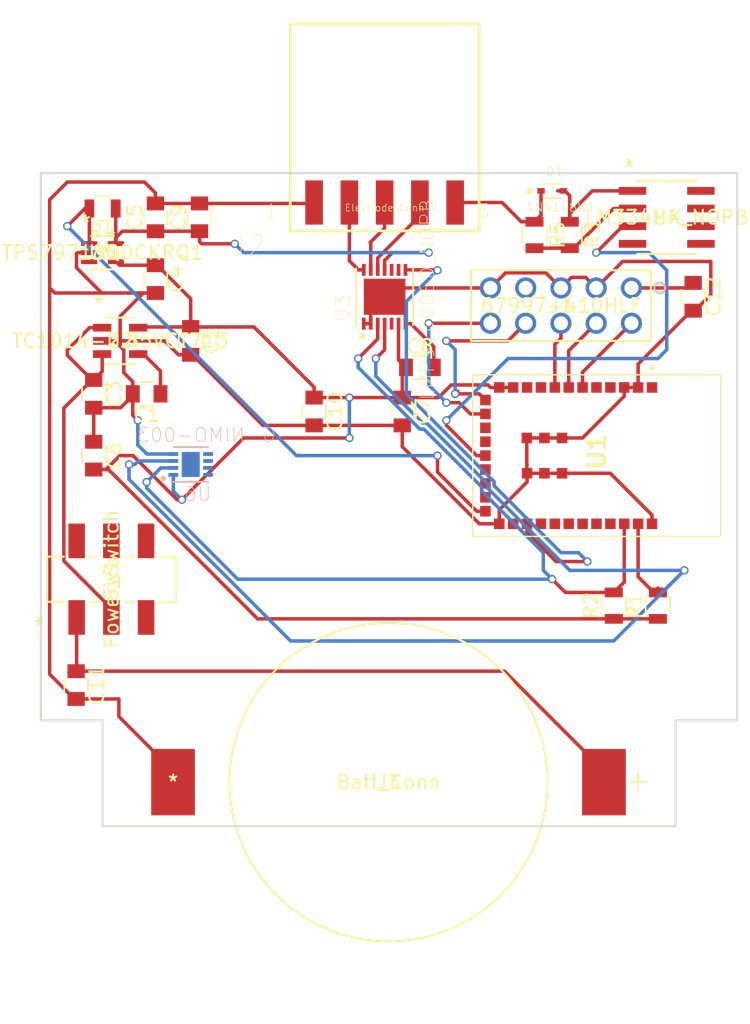
<source format=kicad_pcb>
(kicad_pcb (version 20171130) (host pcbnew "(5.0.2)-1")

  (general
    (thickness 1.6)
    (drawings 8)
    (tracks 334)
    (zones 0)
    (modules 28)
    (nets 51)
  )

  (page A4)
  (layers
    (0 F.Cu signal)
    (31 B.Cu signal)
    (32 B.Adhes user)
    (33 F.Adhes user)
    (34 B.Paste user)
    (35 F.Paste user)
    (36 B.SilkS user)
    (37 F.SilkS user)
    (38 B.Mask user)
    (39 F.Mask user)
    (40 Dwgs.User user)
    (41 Cmts.User user)
    (42 Eco1.User user)
    (43 Eco2.User user)
    (44 Edge.Cuts user)
    (45 Margin user)
    (46 B.CrtYd user)
    (47 F.CrtYd user)
    (48 B.Fab user)
    (49 F.Fab user)
  )

  (setup
    (last_trace_width 0.25)
    (trace_clearance 0.2)
    (zone_clearance 0.508)
    (zone_45_only no)
    (trace_min 0.25)
    (segment_width 0.2)
    (edge_width 0.15)
    (via_size 0.6)
    (via_drill 0.4)
    (via_min_size 0.4)
    (via_min_drill 0.3)
    (uvia_size 0.3)
    (uvia_drill 0.1)
    (uvias_allowed yes)
    (uvia_min_size 0.2)
    (uvia_min_drill 0.1)
    (pcb_text_width 0.3)
    (pcb_text_size 1.5 1.5)
    (mod_edge_width 0.15)
    (mod_text_size 1 1)
    (mod_text_width 0.15)
    (pad_size 1.524 1.524)
    (pad_drill 0.762)
    (pad_to_mask_clearance 0.051)
    (solder_mask_min_width 0.25)
    (aux_axis_origin 0 0)
    (visible_elements 7FFFFFFF)
    (pcbplotparams
      (layerselection 0x010fc_ffffffff)
      (usegerberextensions false)
      (usegerberattributes false)
      (usegerberadvancedattributes false)
      (creategerberjobfile false)
      (excludeedgelayer true)
      (linewidth 0.100000)
      (plotframeref false)
      (viasonmask false)
      (mode 1)
      (useauxorigin false)
      (hpglpennumber 1)
      (hpglpenspeed 20)
      (hpglpendiameter 15.000000)
      (psnegative false)
      (psa4output false)
      (plotreference true)
      (plotvalue true)
      (plotinvisibletext false)
      (padsonsilk false)
      (subtractmaskfromsilk false)
      (outputformat 1)
      (mirror false)
      (drillshape 1)
      (scaleselection 1)
      (outputdirectory ""))
  )

  (net 0 "")
  (net 1 GND)
  (net 2 /EXT_TEMP_SCL)
  (net 3 /EXT_TEMP_SDA)
  (net 4 +2V85)
  (net 5 /TEMP_OUT)
  (net 6 "Net-(U3-Pad9)")
  (net 7 "Net-(U3-Pad10)")
  (net 8 +1V8)
  (net 9 /WORK_ELECTRODE)
  (net 10 /REF_ELECTRODE)
  (net 11 /COUN_ELECTRODE)
  (net 12 "Net-(U6-Pad9)")
  (net 13 "Net-(C1-Pad1)")
  (net 14 "Net-(C3-Pad1)")
  (net 15 +BATT)
  (net 16 +3V3)
  (net 17 /IP_CATHODE)
  (net 18 "Net-(R3-Pad2)")
  (net 19 /POWER_GOOD)
  (net 20 "Net-(U1-Pad1)")
  (net 21 "Net-(U1-Pad4)")
  (net 22 "Net-(U1-Pad5)")
  (net 23 /RESET)
  (net 24 /JTAG_TCXC)
  (net 25 /JTAG_TMSC)
  (net 26 "Net-(U1-Pad9)")
  (net 27 "Net-(U1-Pad10)")
  (net 28 /JTAG_TDO)
  (net 29 /JTAG_TDI)
  (net 30 "Net-(U1-Pad15)")
  (net 31 "Net-(U1-Pad16)")
  (net 32 /IP_CONTROL)
  (net 33 "Net-(U1-Pad18)")
  (net 34 "Net-(U1-Pad19)")
  (net 35 "Net-(U1-Pad20)")
  (net 36 "Net-(U1-Pad23)")
  (net 37 "Net-(U1-Pad25)")
  (net 38 "Net-(U1-Pad26)")
  (net 39 "Net-(U1-Pad27)")
  (net 40 "Net-(U1-Pad28)")
  (net 41 "Net-(U1-Pad29)")
  (net 42 "Net-(U1-Pad30)")
  (net 43 "Net-(U4-Pad4)")
  (net 44 "Net-(U4-Pad5)")
  (net 45 "Net-(U4-Pad6)")
  (net 46 "Net-(U4-Pad7)")
  (net 47 "Net-(U4-Pad8)")
  (net 48 "Net-(U5-Pad3)")
  (net 49 "Net-(J1-Pad4)")
  (net 50 "Net-(D1-PadA)")

  (net_class Default "This is the default net class."
    (clearance 0.2)
    (trace_width 0.25)
    (via_dia 0.6)
    (via_drill 0.4)
    (uvia_dia 0.3)
    (uvia_drill 0.1)
    (diff_pair_gap 0.25)
    (diff_pair_width 0.25)
    (add_net +1V8)
    (add_net +2V85)
    (add_net +3V3)
    (add_net +BATT)
    (add_net /COUN_ELECTRODE)
    (add_net /EXT_TEMP_SCL)
    (add_net /EXT_TEMP_SDA)
    (add_net /IP_CATHODE)
    (add_net /IP_CONTROL)
    (add_net /JTAG_TCXC)
    (add_net /JTAG_TDI)
    (add_net /JTAG_TDO)
    (add_net /JTAG_TMSC)
    (add_net /POWER_GOOD)
    (add_net /REF_ELECTRODE)
    (add_net /RESET)
    (add_net /TEMP_OUT)
    (add_net /WORK_ELECTRODE)
    (add_net GND)
    (add_net "Net-(C1-Pad1)")
    (add_net "Net-(C3-Pad1)")
    (add_net "Net-(D1-PadA)")
    (add_net "Net-(J1-Pad4)")
    (add_net "Net-(R3-Pad2)")
    (add_net "Net-(U1-Pad1)")
    (add_net "Net-(U1-Pad10)")
    (add_net "Net-(U1-Pad15)")
    (add_net "Net-(U1-Pad16)")
    (add_net "Net-(U1-Pad18)")
    (add_net "Net-(U1-Pad19)")
    (add_net "Net-(U1-Pad20)")
    (add_net "Net-(U1-Pad23)")
    (add_net "Net-(U1-Pad25)")
    (add_net "Net-(U1-Pad26)")
    (add_net "Net-(U1-Pad27)")
    (add_net "Net-(U1-Pad28)")
    (add_net "Net-(U1-Pad29)")
    (add_net "Net-(U1-Pad30)")
    (add_net "Net-(U1-Pad4)")
    (add_net "Net-(U1-Pad5)")
    (add_net "Net-(U1-Pad9)")
    (add_net "Net-(U3-Pad10)")
    (add_net "Net-(U3-Pad9)")
    (add_net "Net-(U4-Pad4)")
    (add_net "Net-(U4-Pad5)")
    (add_net "Net-(U4-Pad6)")
    (add_net "Net-(U4-Pad7)")
    (add_net "Net-(U4-Pad8)")
    (add_net "Net-(U5-Pad3)")
    (add_net "Net-(U6-Pad9)")
  )

  (module 450-0178C:4500178C (layer F.Cu) (tedit 5D000316) (tstamp 5D0BAD0D)
    (at 131.445 71.12 270)
    (descr SABLE-X-R2)
    (tags "Integrated Circuit")
    (path /5CF025CE)
    (attr smd)
    (fp_text reference U1 (at -0.293 -8.93 270) (layer F.SilkS)
      (effects (font (size 1.27 1.27) (thickness 0.254)))
    )
    (fp_text value SaBLE-X-R2 (at -0.293 -8.93 270) (layer F.SilkS) hide
      (effects (font (size 1.27 1.27) (thickness 0.254)))
    )
    (fp_line (start -5.815 -17.86) (end 5.815 -17.86) (layer Dwgs.User) (width 0.2))
    (fp_line (start 5.815 -17.86) (end 5.815 0) (layer Dwgs.User) (width 0.2))
    (fp_line (start 5.815 0) (end -5.815 0) (layer Dwgs.User) (width 0.2))
    (fp_line (start -5.815 0) (end -5.815 -17.86) (layer Dwgs.User) (width 0.2))
    (fp_line (start -5.815 -17.86) (end 5.815 -17.86) (layer F.SilkS) (width 0.1))
    (fp_line (start 5.815 -17.86) (end 5.815 0) (layer F.SilkS) (width 0.1))
    (fp_line (start 5.815 0) (end -5.815 0) (layer F.SilkS) (width 0.1))
    (fp_line (start -5.815 0) (end -5.815 -17.86) (layer F.SilkS) (width 0.1))
    (fp_line (start -7.4 -18.86) (end 6.815 -18.86) (layer Dwgs.User) (width 0.1))
    (fp_line (start 6.815 -18.86) (end 6.815 1) (layer Dwgs.User) (width 0.1))
    (fp_line (start 6.815 1) (end -7.4 1) (layer Dwgs.User) (width 0.1))
    (fp_line (start -7.4 1) (end -7.4 -18.86) (layer Dwgs.User) (width 0.1))
    (fp_line (start -6.3 -13) (end -6.3 -13) (layer F.SilkS) (width 0.2))
    (fp_line (start -6.3 -12.8) (end -6.3 -12.8) (layer F.SilkS) (width 0.2))
    (fp_arc (start -6.3 -12.9) (end -6.3 -13) (angle 180) (layer F.SilkS) (width 0.2))
    (fp_arc (start -6.3 -12.9) (end -6.3 -12.8) (angle 180) (layer F.SilkS) (width 0.2))
    (pad 1 smd rect (at -4.905 -12.91) (size 0.76 0.76) (layers F.Cu F.Paste F.Mask)
      (net 20 "Net-(U1-Pad1)"))
    (pad 2 smd rect (at -4.905 -11.91) (size 0.76 0.76) (layers F.Cu F.Paste F.Mask)
      (net 1 GND))
    (pad 3 smd rect (at -4.905 -10.91) (size 0.76 0.76) (layers F.Cu F.Paste F.Mask)
      (net 1 GND))
    (pad 4 smd rect (at -4.905 -9.91) (size 0.76 0.76) (layers F.Cu F.Paste F.Mask)
      (net 21 "Net-(U1-Pad4)"))
    (pad 5 smd rect (at -4.905 -8.91) (size 0.76 0.76) (layers F.Cu F.Paste F.Mask)
      (net 22 "Net-(U1-Pad5)"))
    (pad 6 smd rect (at -4.905 -7.91) (size 0.76 0.76) (layers F.Cu F.Paste F.Mask)
      (net 23 /RESET))
    (pad 7 smd rect (at -4.905 -6.91) (size 0.76 0.76) (layers F.Cu F.Paste F.Mask)
      (net 24 /JTAG_TCXC))
    (pad 8 smd rect (at -4.905 -5.91) (size 0.76 0.76) (layers F.Cu F.Paste F.Mask)
      (net 25 /JTAG_TMSC))
    (pad 9 smd rect (at -4.905 -4.91) (size 0.76 0.76) (layers F.Cu F.Paste F.Mask)
      (net 26 "Net-(U1-Pad9)"))
    (pad 10 smd rect (at -4.905 -3.91) (size 0.76 0.76) (layers F.Cu F.Paste F.Mask)
      (net 27 "Net-(U1-Pad10)"))
    (pad 11 smd rect (at -4.905 -2.91) (size 0.76 0.76) (layers F.Cu F.Paste F.Mask)
      (net 4 +2V85))
    (pad 12 smd rect (at -4.905 -1.91) (size 0.76 0.76) (layers F.Cu F.Paste F.Mask)
      (net 4 +2V85))
    (pad 13 smd rect (at -4 -0.91) (size 0.76 0.76) (layers F.Cu F.Paste F.Mask)
      (net 28 /JTAG_TDO))
    (pad 14 smd rect (at -3 -0.91) (size 0.76 0.76) (layers F.Cu F.Paste F.Mask)
      (net 29 /JTAG_TDI))
    (pad 15 smd rect (at -2 -0.91) (size 0.76 0.76) (layers F.Cu F.Paste F.Mask)
      (net 30 "Net-(U1-Pad15)"))
    (pad 16 smd rect (at -1 -0.91) (size 0.76 0.76) (layers F.Cu F.Paste F.Mask)
      (net 31 "Net-(U1-Pad16)"))
    (pad 17 smd rect (at 0 -0.91) (size 0.76 0.76) (layers F.Cu F.Paste F.Mask)
      (net 32 /IP_CONTROL))
    (pad 18 smd rect (at 1 -0.91) (size 0.76 0.76) (layers F.Cu F.Paste F.Mask)
      (net 33 "Net-(U1-Pad18)"))
    (pad 19 smd rect (at 2 -0.91) (size 0.76 0.76) (layers F.Cu F.Paste F.Mask)
      (net 34 "Net-(U1-Pad19)"))
    (pad 20 smd rect (at 3 -0.91) (size 0.76 0.76) (layers F.Cu F.Paste F.Mask)
      (net 35 "Net-(U1-Pad20)"))
    (pad 21 smd rect (at 4 -0.91) (size 0.76 0.76) (layers F.Cu F.Paste F.Mask)
      (net 19 /POWER_GOOD))
    (pad 22 smd rect (at 4.905 -1.91) (size 0.76 0.76) (layers F.Cu F.Paste F.Mask)
      (net 1 GND))
    (pad 23 smd rect (at 4.905 -2.91) (size 0.76 0.76) (layers F.Cu F.Paste F.Mask)
      (net 36 "Net-(U1-Pad23)"))
    (pad 24 smd rect (at 4.905 -3.91) (size 0.76 0.76) (layers F.Cu F.Paste F.Mask)
      (net 5 /TEMP_OUT))
    (pad 25 smd rect (at 4.905 -4.91) (size 0.76 0.76) (layers F.Cu F.Paste F.Mask)
      (net 37 "Net-(U1-Pad25)"))
    (pad 26 smd rect (at 4.905 -5.91) (size 0.76 0.76) (layers F.Cu F.Paste F.Mask)
      (net 38 "Net-(U1-Pad26)"))
    (pad 27 smd rect (at 4.905 -6.91) (size 0.76 0.76) (layers F.Cu F.Paste F.Mask)
      (net 39 "Net-(U1-Pad27)"))
    (pad 28 smd rect (at 4.905 -7.91) (size 0.76 0.76) (layers F.Cu F.Paste F.Mask)
      (net 40 "Net-(U1-Pad28)"))
    (pad 29 smd rect (at 4.905 -8.91) (size 0.76 0.76) (layers F.Cu F.Paste F.Mask)
      (net 41 "Net-(U1-Pad29)"))
    (pad 30 smd rect (at 4.905 -9.91) (size 0.76 0.76) (layers F.Cu F.Paste F.Mask)
      (net 42 "Net-(U1-Pad30)"))
    (pad 31 smd rect (at 4.905 -10.91) (size 0.76 0.76) (layers F.Cu F.Paste F.Mask)
      (net 2 /EXT_TEMP_SCL))
    (pad 32 smd rect (at 4.905 -11.91) (size 0.76 0.76) (layers F.Cu F.Paste F.Mask)
      (net 3 /EXT_TEMP_SDA))
    (pad 33 smd rect (at 4.905 -12.91) (size 0.76 0.76) (layers F.Cu F.Paste F.Mask)
      (net 1 GND))
    (pad 34 smd rect (at -1.27 -3.89) (size 0.76 0.76) (layers F.Cu F.Paste F.Mask)
      (net 1 GND))
    (pad 35 smd rect (at -1.27 -5.16) (size 0.76 0.76) (layers F.Cu F.Paste F.Mask)
      (net 1 GND))
    (pad 36 smd rect (at -1.27 -6.43) (size 0.76 0.76) (layers F.Cu F.Paste F.Mask)
      (net 1 GND))
    (pad 37 smd rect (at 1.27 -6.43) (size 0.76 0.76) (layers F.Cu F.Paste F.Mask)
      (net 1 GND))
    (pad 38 smd rect (at 1.27 -5.16) (size 0.76 0.76) (layers F.Cu F.Paste F.Mask)
      (net 1 GND))
    (pad 39 smd rect (at 1.27 -3.91) (size 0.76 0.76) (layers F.Cu F.Paste F.Mask)
      (net 1 GND))
  )

  (module Resistors_SMD:R_0805 (layer F.Cu) (tedit 58E0A804) (tstamp 5D0BAC4A)
    (at 144.78 81.915 90)
    (descr "Resistor SMD 0805, reflow soldering, Vishay (see dcrcw.pdf)")
    (tags "resistor 0805")
    (path /5CF49469)
    (attr smd)
    (fp_text reference R1 (at 0 -1.65 90) (layer F.SilkS)
      (effects (font (size 1 1) (thickness 0.15)))
    )
    (fp_text value 10k (at 0 1.75 90) (layer F.Fab)
      (effects (font (size 1 1) (thickness 0.15)))
    )
    (fp_text user %R (at 0 0 90) (layer F.Fab)
      (effects (font (size 0.5 0.5) (thickness 0.075)))
    )
    (fp_line (start -1 0.62) (end -1 -0.62) (layer F.Fab) (width 0.1))
    (fp_line (start 1 0.62) (end -1 0.62) (layer F.Fab) (width 0.1))
    (fp_line (start 1 -0.62) (end 1 0.62) (layer F.Fab) (width 0.1))
    (fp_line (start -1 -0.62) (end 1 -0.62) (layer F.Fab) (width 0.1))
    (fp_line (start 0.6 0.88) (end -0.6 0.88) (layer F.SilkS) (width 0.12))
    (fp_line (start -0.6 -0.88) (end 0.6 -0.88) (layer F.SilkS) (width 0.12))
    (fp_line (start -1.55 -0.9) (end 1.55 -0.9) (layer F.CrtYd) (width 0.05))
    (fp_line (start -1.55 -0.9) (end -1.55 0.9) (layer F.CrtYd) (width 0.05))
    (fp_line (start 1.55 0.9) (end 1.55 -0.9) (layer F.CrtYd) (width 0.05))
    (fp_line (start 1.55 0.9) (end -1.55 0.9) (layer F.CrtYd) (width 0.05))
    (pad 1 smd rect (at -0.95 0 90) (size 0.7 1.3) (layers F.Cu F.Paste F.Mask)
      (net 4 +2V85))
    (pad 2 smd rect (at 0.95 0 90) (size 0.7 1.3) (layers F.Cu F.Paste F.Mask)
      (net 3 /EXT_TEMP_SDA))
    (model ${KISYS3DMOD}/Resistors_SMD.3dshapes/R_0805.wrl
      (at (xyz 0 0 0))
      (scale (xyz 1 1 1))
      (rotate (xyz 0 0 0))
    )
  )

  (module footprints6:796136-1 (layer F.Cu) (tedit 0) (tstamp 5D0BAC39)
    (at 109.855 94.615 180)
    (path /5D185544)
    (fp_text reference J3 (at -15.5194 0 180) (layer F.SilkS)
      (effects (font (size 1 1) (thickness 0.15)))
    )
    (fp_text value Batt_Conn (at -15.5194 0 180) (layer F.SilkS)
      (effects (font (size 1 1) (thickness 0.15)))
    )
    (fp_text user "Copyright 2016 Accelerated Designs. All rights reserved." (at 0 0 180) (layer Cmts.User)
      (effects (font (size 0.127 0.127) (thickness 0.002)))
    )
    (fp_text user * (at 0 0 180) (layer F.SilkS)
      (effects (font (size 1 1) (thickness 0.15)))
    )
    (fp_text user * (at 0 0 180) (layer F.Fab)
      (effects (font (size 1 1) (thickness 0.15)))
    )
    (fp_line (start -34.1376 0) (end -32.8676 0) (layer F.Fab) (width 0.1524))
    (fp_line (start -33.5026 -0.635) (end -33.5026 0.635) (layer F.Fab) (width 0.1524))
    (fp_line (start -34.1376 0) (end -32.94634 0) (layer F.SilkS) (width 0.1524))
    (fp_line (start -33.5026 -0.635) (end -33.5026 0.635) (layer F.SilkS) (width 0.1524))
    (fp_line (start -22.662776 -17.3482) (end -8.376024 -17.3482) (layer F.CrtYd) (width 0.1524))
    (fp_line (start -8.376024 -17.3482) (end 1.8288 -7.143376) (layer F.CrtYd) (width 0.1524))
    (fp_line (start 1.8288 -7.143376) (end 1.8288 7.143376) (layer F.CrtYd) (width 0.1524))
    (fp_line (start 1.8288 7.143376) (end -8.376024 17.3482) (layer F.CrtYd) (width 0.1524))
    (fp_line (start -8.376024 17.3482) (end -22.662776 17.3482) (layer F.CrtYd) (width 0.1524))
    (fp_line (start -22.662776 17.3482) (end -32.8676 7.143376) (layer F.CrtYd) (width 0.1524))
    (fp_line (start -32.8676 7.143376) (end -32.8676 -7.143376) (layer F.CrtYd) (width 0.1524))
    (fp_line (start -32.8676 -7.143376) (end -22.662776 -17.3482) (layer F.CrtYd) (width 0.1524))
    (fp_circle (center -15.5194 0) (end -4.191 0) (layer F.Fab) (width 0.1524))
    (fp_circle (center -15.5194 0) (end -4.064 0) (layer F.SilkS) (width 0.1524))
    (pad 1 smd rect (at -31.0388 0 180) (size 3.1496 4.7752) (layers F.Cu F.Paste F.Mask)
      (net 15 +BATT))
    (pad 2 smd rect (at 0 0 180) (size 3.1496 4.7752) (layers F.Cu F.Paste F.Mask)
      (net 1 GND))
  )

  (module SODFL1608X70N (layer F.Cu) (tedit 0) (tstamp 5D0D617C)
    (at 137.16 52.07)
    (path /5D165C8E)
    (attr smd)
    (fp_text reference D1 (at 0.17855 -1.388) (layer F.SilkS)
      (effects (font (size 0.64 0.64) (thickness 0.05)))
    )
    (fp_text value 1N4148WT (at 0.56096 1.18938) (layer F.SilkS)
      (effects (font (size 0.64 0.64) (thickness 0.05)))
    )
    (fp_line (start -0.6 -0.515) (end 0.6 -0.515) (layer F.SilkS) (width 0.127))
    (fp_line (start 0.65 -0.45) (end 0.65 0.45) (layer Eco2.User) (width 0.127))
    (fp_line (start -0.65 0.45) (end -0.65 -0.45) (layer Eco2.User) (width 0.127))
    (fp_circle (center -1.6 0) (end -1.55 0) (layer F.SilkS) (width 0.2))
    (fp_line (start -1.315 -0.6) (end 1.315 -0.6) (layer Eco1.User) (width 0.05))
    (fp_line (start 1.315 -0.6) (end 1.315 0.6) (layer Eco1.User) (width 0.05))
    (fp_line (start 1.315 0.6) (end -1.315 0.6) (layer Eco1.User) (width 0.05))
    (fp_line (start -1.315 0.6) (end -1.315 -0.6) (layer Eco1.User) (width 0.05))
    (fp_line (start -0.65 -0.45) (end 0.65 -0.45) (layer Eco2.User) (width 0.127))
    (fp_line (start 0.65 0.45) (end -0.65 0.45) (layer Eco2.User) (width 0.127))
    (fp_circle (center -1.6 0) (end -1.55 0) (layer Eco2.User) (width 0.2))
    (fp_line (start 0.6 0.515) (end -0.6 0.515) (layer F.SilkS) (width 0.127))
    (pad C smd rect (at -0.8 0) (size 0.53 0.4) (layers F.Cu F.Paste F.Mask)
      (net 17 /IP_CATHODE))
    (pad A smd rect (at 0.8 0) (size 0.53 0.4) (layers F.Cu F.Paste F.Mask)
      (net 50 "Net-(D1-PadA)"))
  )

  (module footprints5:JS202011SCQN (layer F.Cu) (tedit 0) (tstamp 5D0BACD2)
    (at 105.41 80.01 90)
    (path /5D192113)
    (fp_text reference SW1 (at 0 0 90) (layer F.SilkS)
      (effects (font (size 1 1) (thickness 0.15)))
    )
    (fp_text value Power_Switch (at 0 0 90) (layer F.SilkS)
      (effects (font (size 1 1) (thickness 0.15)))
    )
    (fp_text user "Copyright 2016 Accelerated Designs. All rights reserved." (at 0 0 90) (layer Cmts.User)
      (effects (font (size 0.127 0.127) (thickness 0.002)))
    )
    (fp_text user * (at -3.0099 -4.8876 90) (layer F.SilkS)
      (effects (font (size 1 1) (thickness 0.15)))
    )
    (fp_text user * (at -1.1176 -3.3636 90) (layer F.Fab)
      (effects (font (size 1 1) (thickness 0.15)))
    )
    (fp_line (start -1.4986 -1.9031) (end -1.4986 -3.0969) (layer F.Fab) (width 0.1524))
    (fp_line (start -1.4986 -3.0969) (end -4.0005 -3.0969) (layer F.Fab) (width 0.1524))
    (fp_line (start -4.0005 -3.0969) (end -4.0005 -1.9031) (layer F.Fab) (width 0.1524))
    (fp_line (start -4.0005 -1.9031) (end -1.4986 -1.9031) (layer F.Fab) (width 0.1524))
    (fp_line (start -1.4986 0.5969) (end -1.4986 -0.5969) (layer F.Fab) (width 0.1524))
    (fp_line (start -1.4986 -0.5969) (end -4.0005 -0.5969) (layer F.Fab) (width 0.1524))
    (fp_line (start -4.0005 -0.5969) (end -4.0005 0.5969) (layer F.Fab) (width 0.1524))
    (fp_line (start -4.0005 0.5969) (end -1.4986 0.5969) (layer F.Fab) (width 0.1524))
    (fp_line (start -1.4986 3.0969) (end -1.4986 1.9031) (layer F.Fab) (width 0.1524))
    (fp_line (start -1.4986 1.9031) (end -4.0005 1.9031) (layer F.Fab) (width 0.1524))
    (fp_line (start -4.0005 1.9031) (end -4.0005 3.0969) (layer F.Fab) (width 0.1524))
    (fp_line (start -4.0005 3.0969) (end -1.4986 3.0969) (layer F.Fab) (width 0.1524))
    (fp_line (start 1.4986 1.9031) (end 1.4986 3.0969) (layer F.Fab) (width 0.1524))
    (fp_line (start 1.4986 3.0969) (end 4.0005 3.0969) (layer F.Fab) (width 0.1524))
    (fp_line (start 4.0005 3.0969) (end 4.0005 1.9031) (layer F.Fab) (width 0.1524))
    (fp_line (start 4.0005 1.9031) (end 1.4986 1.9031) (layer F.Fab) (width 0.1524))
    (fp_line (start 1.4986 -0.5969) (end 1.4986 0.5969) (layer F.Fab) (width 0.1524))
    (fp_line (start 1.4986 0.5969) (end 4.0005 0.5969) (layer F.Fab) (width 0.1524))
    (fp_line (start 4.0005 0.5969) (end 4.0005 -0.5969) (layer F.Fab) (width 0.1524))
    (fp_line (start 4.0005 -0.5969) (end 1.4986 -0.5969) (layer F.Fab) (width 0.1524))
    (fp_line (start 1.4986 -3.0969) (end 1.4986 -1.9031) (layer F.Fab) (width 0.1524))
    (fp_line (start 1.4986 -1.9031) (end 4.0005 -1.9031) (layer F.Fab) (width 0.1524))
    (fp_line (start 4.0005 -1.9031) (end 4.0005 -3.0969) (layer F.Fab) (width 0.1524))
    (fp_line (start 4.0005 -3.0969) (end 1.4986 -3.0969) (layer F.Fab) (width 0.1524))
    (fp_line (start -0.7493 1.7526) (end -0.7493 -1.7526) (layer F.Fab) (width 0.1524))
    (fp_line (start -0.7493 -1.7526) (end 0.7493 -1.7526) (layer F.Fab) (width 0.1524))
    (fp_line (start 0.7493 -1.7526) (end 0.7493 1.7526) (layer F.Fab) (width 0.1524))
    (fp_line (start 0.7493 1.7526) (end -0.7493 1.7526) (layer F.Fab) (width 0.1524))
    (fp_line (start -1.6256 4.6228) (end 1.6256 4.6228) (layer F.SilkS) (width 0.1524))
    (fp_line (start 1.6256 4.6228) (end 1.6256 3.42964) (layer F.SilkS) (width 0.1524))
    (fp_line (start 1.6256 -4.6228) (end -1.6256 -4.6228) (layer F.SilkS) (width 0.1524))
    (fp_line (start -1.6256 -4.6228) (end -1.6256 -3.42964) (layer F.SilkS) (width 0.1524))
    (fp_line (start -1.4986 4.4958) (end 1.4986 4.4958) (layer F.Fab) (width 0.1524))
    (fp_line (start 1.4986 4.4958) (end 1.4986 -4.4958) (layer F.Fab) (width 0.1524))
    (fp_line (start 1.4986 -4.4958) (end -1.4986 -4.4958) (layer F.Fab) (width 0.1524))
    (fp_line (start -1.4986 -4.4958) (end -1.4986 4.4958) (layer F.Fab) (width 0.1524))
    (fp_line (start -1.6256 -1.57036) (end -1.6256 -0.92964) (layer F.SilkS) (width 0.1524))
    (fp_line (start -1.6256 0.92964) (end -1.6256 1.57036) (layer F.SilkS) (width 0.1524))
    (fp_line (start -1.6256 3.42964) (end -1.6256 4.6228) (layer F.SilkS) (width 0.1524))
    (fp_line (start 1.6256 1.57036) (end 1.6256 0.92964) (layer F.SilkS) (width 0.1524))
    (fp_line (start 1.6256 -0.92964) (end 1.6256 -1.57036) (layer F.SilkS) (width 0.1524))
    (fp_line (start 1.6256 -3.42964) (end 1.6256 -4.6228) (layer F.SilkS) (width 0.1524))
    (fp_line (start -1.7526 4.7498) (end -1.7526 3.008) (layer F.CrtYd) (width 0.1524))
    (fp_line (start -1.7526 3.008) (end -4.5085 3.008) (layer F.CrtYd) (width 0.1524))
    (fp_line (start -4.5085 3.008) (end -4.5085 -3.008) (layer F.CrtYd) (width 0.1524))
    (fp_line (start -4.5085 -3.008) (end -1.7526 -3.008) (layer F.CrtYd) (width 0.1524))
    (fp_line (start -1.7526 -3.008) (end -1.7526 -4.7498) (layer F.CrtYd) (width 0.1524))
    (fp_line (start -1.7526 -4.7498) (end 1.7526 -4.7498) (layer F.CrtYd) (width 0.1524))
    (fp_line (start 1.7526 -4.7498) (end 1.7526 -3.008) (layer F.CrtYd) (width 0.1524))
    (fp_line (start 1.7526 -3.008) (end 4.5085 -3.008) (layer F.CrtYd) (width 0.1524))
    (fp_line (start 4.5085 -3.008) (end 4.5085 3.008) (layer F.CrtYd) (width 0.1524))
    (fp_line (start 4.5085 3.008) (end 1.7526 3.008) (layer F.CrtYd) (width 0.1524))
    (fp_line (start 1.7526 3.008) (end 1.7526 4.7498) (layer F.CrtYd) (width 0.1524))
    (fp_line (start 1.7526 4.7498) (end -1.7526 4.7498) (layer F.CrtYd) (width 0.1524))
    (fp_arc (start 0 -4.4958) (end 0.3048 -4.4958) (angle 180) (layer F.Fab) (width 0.1524))
    (pad 1 smd rect (at -2.7559 -2.5 90) (size 2.4892 1.1938) (layers F.Cu F.Paste F.Mask)
      (net 15 +BATT))
    (pad 2 smd rect (at -2.7559 0 90) (size 2.4892 1.1938) (layers F.Cu F.Paste F.Mask)
      (net 14 "Net-(C3-Pad1)"))
    (pad 3 smd rect (at -2.7559 2.5 90) (size 2.4892 1.1938) (layers F.Cu F.Paste F.Mask))
    (pad 4 smd rect (at 2.7559 2.5 90) (size 2.4892 1.1938) (layers F.Cu F.Paste F.Mask))
    (pad 5 smd rect (at 2.7559 0 90) (size 2.4892 1.1938) (layers F.Cu F.Paste F.Mask))
    (pad 6 smd rect (at 2.7559 -2.5 90) (size 2.4892 1.1938) (layers F.Cu F.Paste F.Mask))
  )

  (module Capacitors_SMD:C_0805 (layer F.Cu) (tedit 58AA8463) (tstamp 5D0BAA4A)
    (at 111.125 62.865 270)
    (descr "Capacitor SMD 0805, reflow soldering, AVX (see smccp.pdf)")
    (tags "capacitor 0805")
    (path /5CF127F7)
    (attr smd)
    (fp_text reference C2 (at 0 -1.5 270) (layer F.SilkS)
      (effects (font (size 1 1) (thickness 0.15)))
    )
    (fp_text value 1u (at 0 1.75 270) (layer F.Fab)
      (effects (font (size 1 1) (thickness 0.15)))
    )
    (fp_line (start 1.75 0.87) (end -1.75 0.87) (layer F.CrtYd) (width 0.05))
    (fp_line (start 1.75 0.87) (end 1.75 -0.88) (layer F.CrtYd) (width 0.05))
    (fp_line (start -1.75 -0.88) (end -1.75 0.87) (layer F.CrtYd) (width 0.05))
    (fp_line (start -1.75 -0.88) (end 1.75 -0.88) (layer F.CrtYd) (width 0.05))
    (fp_line (start -0.5 0.85) (end 0.5 0.85) (layer F.SilkS) (width 0.12))
    (fp_line (start 0.5 -0.85) (end -0.5 -0.85) (layer F.SilkS) (width 0.12))
    (fp_line (start -1 -0.62) (end 1 -0.62) (layer F.Fab) (width 0.1))
    (fp_line (start 1 -0.62) (end 1 0.62) (layer F.Fab) (width 0.1))
    (fp_line (start 1 0.62) (end -1 0.62) (layer F.Fab) (width 0.1))
    (fp_line (start -1 0.62) (end -1 -0.62) (layer F.Fab) (width 0.1))
    (fp_text user %R (at 0 -1.5 270) (layer F.Fab)
      (effects (font (size 1 1) (thickness 0.15)))
    )
    (pad 2 smd rect (at 1 0 270) (size 1 1.25) (layers F.Cu F.Paste F.Mask)
      (net 1 GND))
    (pad 1 smd rect (at -1 0 270) (size 1 1.25) (layers F.Cu F.Paste F.Mask)
      (net 4 +2V85))
    (model Capacitors_SMD.3dshapes/C_0805.wrl
      (at (xyz 0 0 0))
      (scale (xyz 1 1 1))
      (rotate (xyz 0 0 0))
    )
  )

  (module TSM-105-01-L-SH:TSM-105-01-L-SH (layer F.Cu) (tedit 0) (tstamp 5D0C7EA6)
    (at 125.095 47.625)
    (descr "translated Allegro footprint")
    (path /5D0D35F4)
    (attr smd)
    (fp_text reference J2 (at -9.821 8.4135) (layer F.SilkS)
      (effects (font (size 1.5 1.5) (thickness 0.05)))
    )
    (fp_text value Electrode_Conn (at 0 5.66549) (layer F.SilkS)
      (effects (font (size 0.5 0.5) (thickness 0.05)))
    )
    (fp_line (start -7.05099 1.27) (end -8.75299 1.27) (layer Eco2.User) (width 0.1))
    (fp_line (start -8.21101 0.635) (end -8.052 1.27) (layer Eco2.User) (width 0.1))
    (fp_line (start -8.052 1.27) (end -7.893 0.635) (layer Eco2.User) (width 0.1))
    (fp_line (start -7.893 0.635) (end -8.052 0.762) (layer Eco2.User) (width 0.1))
    (fp_line (start -8.052 0.762) (end -8.21101 0.635) (layer Eco2.User) (width 0.1))
    (fp_line (start -8.052 1.27) (end -7.97199 0.697992) (layer Eco2.User) (width 0.1))
    (fp_line (start -7.97199 0.697992) (end -8.052 0.762) (layer Eco2.User) (width 0.1))
    (fp_line (start -8.052 0.762) (end -8.052 1.27) (layer Eco2.User) (width 0.1))
    (fp_line (start -8.052 1.27) (end -8.131 0.697992) (layer Eco2.User) (width 0.1))
    (fp_line (start -8.131 0.697992) (end -8.21101 0.635) (layer Eco2.User) (width 0.1))
    (fp_line (start -7.05099 -1.27) (end -8.75299 -1.27) (layer Eco2.User) (width 0.1))
    (fp_line (start -7.893 -0.635) (end -8.052 -1.27) (layer Eco2.User) (width 0.1))
    (fp_line (start -8.052 -1.27) (end -8.21101 -0.635) (layer Eco2.User) (width 0.1))
    (fp_line (start -8.21101 -0.635) (end -8.052 -0.762) (layer Eco2.User) (width 0.1))
    (fp_line (start -8.052 -0.762) (end -7.893 -0.635) (layer Eco2.User) (width 0.1))
    (fp_line (start -8.052 -1.27) (end -8.131 -0.697992) (layer Eco2.User) (width 0.1))
    (fp_line (start -8.131 -0.697992) (end -8.052 -0.762) (layer Eco2.User) (width 0.1))
    (fp_line (start -8.052 -0.762) (end -8.052 -1.27) (layer Eco2.User) (width 0.1))
    (fp_line (start -8.052 -1.27) (end -7.97199 -0.697992) (layer Eco2.User) (width 0.1))
    (fp_line (start -7.97199 -0.697992) (end -7.893 -0.635) (layer Eco2.User) (width 0.1))
    (fp_poly (pts (xy 7.79701 -8.55901) (xy -7.79701 -8.55901) (xy -7.79701 8.32099) (xy 7.79701 8.32099)
      (xy 7.79701 -8.55901)) (layer Eco1.User) (width 0))
    (fp_line (start -5.08 5.98401) (end -5.08 9.02) (layer Eco2.User) (width 0.1))
    (fp_line (start -7.023 8.31799) (end -5.08 8.31799) (layer Eco2.User) (width 0.1))
    (fp_line (start -4.445 8.16) (end -5.08 8.31799) (layer Eco2.User) (width 0.1))
    (fp_line (start -5.08 8.31799) (end -4.445 8.477) (layer Eco2.User) (width 0.1))
    (fp_line (start -4.445 8.477) (end -4.572 8.31799) (layer Eco2.User) (width 0.1))
    (fp_line (start -4.572 8.31799) (end -4.445 8.16) (layer Eco2.User) (width 0.1))
    (fp_line (start -5.08 8.31799) (end -4.50799 8.398) (layer Eco2.User) (width 0.1))
    (fp_line (start -4.50799 8.398) (end -4.572 8.31799) (layer Eco2.User) (width 0.1))
    (fp_line (start -4.572 8.31799) (end -5.08 8.31799) (layer Eco2.User) (width 0.1))
    (fp_line (start -5.08 8.31799) (end -4.50799 8.239) (layer Eco2.User) (width 0.1))
    (fp_line (start -4.50799 8.239) (end -4.445 8.16) (layer Eco2.User) (width 0.1))
    (fp_line (start -5.08 8.31799) (end -2.54 8.31799) (layer Eco2.User) (width 0.1))
    (fp_line (start -5.08 5.98401) (end -5.08 10.036) (layer Eco2.User) (width 0.1))
    (fp_line (start -0.991006 9.33399) (end -5.08 9.33399) (layer Eco2.User) (width 0.1))
    (fp_line (start -4.445 9.176) (end -5.08 9.33399) (layer Eco2.User) (width 0.1))
    (fp_line (start -5.08 9.33399) (end -4.445 9.493) (layer Eco2.User) (width 0.1))
    (fp_line (start -4.445 9.493) (end -4.572 9.33399) (layer Eco2.User) (width 0.1))
    (fp_line (start -4.572 9.33399) (end -4.445 9.176) (layer Eco2.User) (width 0.1))
    (fp_line (start -5.08 9.33399) (end -4.50799 9.414) (layer Eco2.User) (width 0.1))
    (fp_line (start -4.50799 9.414) (end -4.572 9.33399) (layer Eco2.User) (width 0.1))
    (fp_line (start -4.572 9.33399) (end -5.08 9.33399) (layer Eco2.User) (width 0.1))
    (fp_line (start -5.08 9.33399) (end -4.50799 9.255) (layer Eco2.User) (width 0.1))
    (fp_line (start -4.50799 9.255) (end -4.445 9.176) (layer Eco2.User) (width 0.1))
    (fp_line (start -5.39801 4.258) (end -4.76199 4.258) (layer Eco2.User) (width 0.1))
    (fp_line (start -5.39801 5.334) (end -4.76199 5.334) (layer Eco2.User) (width 0.1))
    (fp_line (start -3.81 1.143) (end -4.191 1.143) (layer Eco2.User) (width 0.1))
    (fp_line (start -4.191 1.143) (end -4.191 1.27) (layer Eco2.User) (width 0.1))
    (fp_line (start -4.191 1.27) (end -4.76199 1.27) (layer Eco2.User) (width 0.1))
    (fp_line (start -4.76199 1.27) (end -4.76199 5.334) (layer Eco2.User) (width 0.1))
    (fp_line (start -4.76199 5.334) (end -4.94701 5.842) (layer Eco2.User) (width 0.1))
    (fp_line (start -4.94701 5.842) (end -5.21299 5.842) (layer Eco2.User) (width 0.1))
    (fp_line (start -5.21299 5.842) (end -5.39801 5.334) (layer Eco2.User) (width 0.1))
    (fp_line (start -5.39801 5.334) (end -5.39801 1.27) (layer Eco2.User) (width 0.1))
    (fp_line (start -5.39801 1.27) (end -6.35 1.27) (layer Eco2.User) (width 0.1))
    (fp_line (start -6.35 1.27) (end -6.35 -1.27) (layer Eco2.User) (width 0.1))
    (fp_line (start -6.35 -1.27) (end -4.191 -1.27) (layer Eco2.User) (width 0.1))
    (fp_line (start -4.191 -1.27) (end -4.191 -1.143) (layer Eco2.User) (width 0.1))
    (fp_line (start -4.191 -1.143) (end -3.81 -1.143) (layer Eco2.User) (width 0.1))
    (fp_line (start -6.80001 -7.56201) (end -6.80001 7.32399) (layer F.SilkS) (width 0.2))
    (fp_line (start -6.80001 -7.56201) (end -6.80001 7.32399) (layer Eco2.User) (width 0.1))
    (fp_line (start -6.80001 7.32399) (end 6.80001 7.32399) (layer F.SilkS) (width 0.2))
    (fp_line (start -6.80001 7.32399) (end 6.80001 7.32399) (layer Eco2.User) (width 0.1))
    (fp_line (start 6.80001 7.32399) (end 6.80001 -7.56201) (layer F.SilkS) (width 0.2))
    (fp_line (start 6.80001 7.32399) (end 6.80001 -7.56201) (layer Eco2.User) (width 0.1))
    (fp_line (start 6.80001 -7.56201) (end -6.80001 -7.56201) (layer F.SilkS) (width 0.2))
    (fp_line (start 6.80001 -7.56201) (end -6.80001 -7.56201) (layer Eco2.User) (width 0.1))
    (fp_line (start -5.39801 1.27) (end -4.76199 1.27) (layer Eco2.User) (width 0.1))
    (fp_line (start -6.35 0.569011) (end -6.35 -9.238) (layer Eco2.User) (width 0.1))
    (fp_line (start -8.052 0.318008) (end -8.052 1.27) (layer Eco2.User) (width 0.1))
    (fp_line (start -5.39801 -1.27) (end -5.39801 -6.604) (layer Eco2.User) (width 0.1))
    (fp_line (start -5.39801 -6.604) (end -5.21299 -7.112) (layer Eco2.User) (width 0.1))
    (fp_line (start -5.21299 -7.112) (end -4.94701 -7.112) (layer Eco2.User) (width 0.1))
    (fp_line (start -4.94701 -7.112) (end -4.76199 -6.604) (layer Eco2.User) (width 0.1))
    (fp_line (start -4.76199 -6.604) (end -4.76199 -1.27) (layer Eco2.User) (width 0.1))
    (fp_line (start -8.052 -0.318008) (end -8.052 -1.27) (layer Eco2.User) (width 0.1))
    (fp_line (start -5.39801 -6.604) (end -4.76199 -6.604) (layer Eco2.User) (width 0.1))
    (fp_line (start -0.991006 -8.53699) (end -6.35 -8.53699) (layer Eco2.User) (width 0.1))
    (fp_line (start -5.715 -8.69599) (end -6.35 -8.53699) (layer Eco2.User) (width 0.1))
    (fp_line (start -6.35 -8.53699) (end -5.715 -8.37801) (layer Eco2.User) (width 0.1))
    (fp_line (start -5.715 -8.37801) (end -5.842 -8.53699) (layer Eco2.User) (width 0.1))
    (fp_line (start -5.842 -8.53699) (end -5.715 -8.69599) (layer Eco2.User) (width 0.1))
    (fp_line (start -6.35 -8.53699) (end -5.77799 -8.458) (layer Eco2.User) (width 0.1))
    (fp_line (start -5.77799 -8.458) (end -5.842 -8.53699) (layer Eco2.User) (width 0.1))
    (fp_line (start -5.842 -8.53699) (end -6.35 -8.53699) (layer Eco2.User) (width 0.1))
    (fp_line (start -6.35 -8.53699) (end -5.77799 -8.61601) (layer Eco2.User) (width 0.1))
    (fp_line (start -5.77799 -8.61601) (end -5.715 -8.69599) (layer Eco2.User) (width 0.1))
    (fp_line (start -2.54 5.98401) (end -2.54 9.02) (layer Eco2.User) (width 0.1))
    (fp_line (start -3.175 8.477) (end -2.54 8.31799) (layer Eco2.User) (width 0.1))
    (fp_line (start -2.54 8.31799) (end -3.175 8.16) (layer Eco2.User) (width 0.1))
    (fp_line (start -3.175 8.16) (end -3.048 8.31799) (layer Eco2.User) (width 0.1))
    (fp_line (start -3.048 8.31799) (end -3.175 8.477) (layer Eco2.User) (width 0.1))
    (fp_line (start -2.54 8.31799) (end -3.11201 8.239) (layer Eco2.User) (width 0.1))
    (fp_line (start -3.11201 8.239) (end -3.048 8.31799) (layer Eco2.User) (width 0.1))
    (fp_line (start -3.048 8.31799) (end -2.54 8.31799) (layer Eco2.User) (width 0.1))
    (fp_line (start -2.54 8.31799) (end -3.11201 8.398) (layer Eco2.User) (width 0.1))
    (fp_line (start -3.11201 8.398) (end -3.175 8.477) (layer Eco2.User) (width 0.1))
    (fp_line (start -3.81 1.143) (end -3.429 1.143) (layer Eco2.User) (width 0.1))
    (fp_line (start -3.429 1.143) (end -3.429 1.27) (layer Eco2.User) (width 0.1))
    (fp_line (start -3.429 1.27) (end -2.22199 1.27) (layer Eco2.User) (width 0.1))
    (fp_line (start -2.22199 1.27) (end -2.22199 5.334) (layer Eco2.User) (width 0.1))
    (fp_line (start -2.22199 5.334) (end -2.85801 5.334) (layer Eco2.User) (width 0.1))
    (fp_line (start -2.85801 5.334) (end -2.85801 1.27) (layer Eco2.User) (width 0.1))
    (fp_line (start -2.85801 5.334) (end -2.67299 5.842) (layer Eco2.User) (width 0.1))
    (fp_line (start -2.40701 5.842) (end -2.22199 5.334) (layer Eco2.User) (width 0.1))
    (fp_line (start -2.67299 5.842) (end -2.40701 5.842) (layer Eco2.User) (width 0.1))
    (fp_line (start -2.85801 4.26499) (end -2.22199 4.26499) (layer Eco2.User) (width 0.1))
    (fp_line (start -4.191 -1.143) (end -4.191 1.143) (layer Eco2.User) (width 0.1))
    (fp_line (start -2.22199 1.27) (end -1.651 1.27) (layer Eco2.User) (width 0.1))
    (fp_line (start -1.651 1.27) (end -1.651 1.143) (layer Eco2.User) (width 0.1))
    (fp_line (start -1.651 1.143) (end -1.27 1.143) (layer Eco2.User) (width 0.1))
    (fp_line (start -1.651 1.143) (end -1.651 -1.143) (layer Eco2.User) (width 0.1))
    (fp_line (start -3.429 -1.143) (end -3.429 1.143) (layer Eco2.User) (width 0.1))
    (fp_line (start -1.27 1.143) (end -0.889 1.143) (layer Eco2.User) (width 0.1))
    (fp_line (start -0.889 1.143) (end -0.889 1.27) (layer Eco2.User) (width 0.1))
    (fp_line (start -0.889 1.27) (end 0.318008 1.27) (layer Eco2.User) (width 0.1))
    (fp_line (start 0.318008 1.27) (end 0.318008 5.334) (layer Eco2.User) (width 0.1))
    (fp_line (start 0.318008 5.334) (end -0.318008 5.334) (layer Eco2.User) (width 0.1))
    (fp_line (start -0.318008 5.334) (end -0.318008 1.27) (layer Eco2.User) (width 0.1))
    (fp_line (start -0.889 -1.143) (end -0.889 1.143) (layer Eco2.User) (width 0.1))
    (fp_line (start -1.27 -1.143) (end -1.651 -1.143) (layer Eco2.User) (width 0.1))
    (fp_line (start -1.651 -1.143) (end -1.651 -1.27) (layer Eco2.User) (width 0.1))
    (fp_line (start -1.651 -1.27) (end -2.22199 -1.27) (layer Eco2.User) (width 0.1))
    (fp_line (start -2.22199 -1.27) (end -2.22199 -6.604) (layer Eco2.User) (width 0.1))
    (fp_line (start -2.22199 -6.604) (end -2.40701 -7.112) (layer Eco2.User) (width 0.1))
    (fp_line (start -2.40701 -7.112) (end -2.67299 -7.112) (layer Eco2.User) (width 0.1))
    (fp_line (start -2.67299 -7.112) (end -2.85801 -6.604) (layer Eco2.User) (width 0.1))
    (fp_line (start -2.85801 -6.604) (end -2.85801 -1.27) (layer Eco2.User) (width 0.1))
    (fp_line (start -2.85801 -1.27) (end -3.429 -1.27) (layer Eco2.User) (width 0.1))
    (fp_line (start -3.429 -1.27) (end -3.429 -1.143) (layer Eco2.User) (width 0.1))
    (fp_line (start -3.429 -1.143) (end -3.81 -1.143) (layer Eco2.User) (width 0.1))
    (fp_line (start -2.85801 -1.27) (end -2.22199 -1.27) (layer Eco2.User) (width 0.1))
    (fp_line (start 1.27 -1.143) (end 0.889 -1.143) (layer Eco2.User) (width 0.1))
    (fp_line (start 0.889 -1.143) (end 0.889 -1.27) (layer Eco2.User) (width 0.1))
    (fp_line (start 0.889 -1.27) (end 0.318008 -1.27) (layer Eco2.User) (width 0.1))
    (fp_line (start 0.318008 -1.27) (end 0.318008 -6.604) (layer Eco2.User) (width 0.1))
    (fp_line (start 0.318008 -6.604) (end 0.132994 -7.112) (layer Eco2.User) (width 0.1))
    (fp_line (start 0.132994 -7.112) (end -0.132994 -7.112) (layer Eco2.User) (width 0.1))
    (fp_line (start -0.132994 -7.112) (end -0.318008 -6.604) (layer Eco2.User) (width 0.1))
    (fp_line (start -0.318008 -6.604) (end -0.318008 -1.27) (layer Eco2.User) (width 0.1))
    (fp_line (start -0.318008 -1.27) (end -0.889 -1.27) (layer Eco2.User) (width 0.1))
    (fp_line (start -0.889 -1.27) (end -0.889 -1.143) (layer Eco2.User) (width 0.1))
    (fp_line (start -0.889 -1.143) (end -1.27 -1.143) (layer Eco2.User) (width 0.1))
    (fp_line (start -2.85801 -6.604) (end -2.22199 -6.604) (layer Eco2.User) (width 0.1))
    (fp_line (start 0.991006 9.33399) (end 5.08 9.33399) (layer Eco2.User) (width 0.1))
    (fp_line (start -0.318008 5.334) (end -0.132994 5.842) (layer Eco2.User) (width 0.1))
    (fp_line (start 0.132994 5.842) (end 0.318008 5.334) (layer Eco2.User) (width 0.1))
    (fp_line (start -0.132994 5.842) (end 0.132994 5.842) (layer Eco2.User) (width 0.1))
    (fp_line (start -0.318008 4.26499) (end 0.318008 4.26499) (layer Eco2.User) (width 0.1))
    (fp_line (start 1.27 1.143) (end 1.651 1.143) (layer Eco2.User) (width 0.1))
    (fp_line (start 1.651 1.143) (end 1.651 1.27) (layer Eco2.User) (width 0.1))
    (fp_line (start 1.651 1.27) (end 2.85801 1.27) (layer Eco2.User) (width 0.1))
    (fp_line (start 2.85801 1.27) (end 2.85801 5.334) (layer Eco2.User) (width 0.1))
    (fp_line (start 2.85801 5.334) (end 2.22199 5.334) (layer Eco2.User) (width 0.1))
    (fp_line (start 2.22199 5.334) (end 2.22199 1.27) (layer Eco2.User) (width 0.1))
    (fp_line (start 2.22199 5.334) (end 2.40701 5.842) (layer Eco2.User) (width 0.1))
    (fp_line (start 2.67299 5.842) (end 2.85801 5.334) (layer Eco2.User) (width 0.1))
    (fp_line (start 2.40701 5.842) (end 2.67299 5.842) (layer Eco2.User) (width 0.1))
    (fp_line (start 2.22199 4.26499) (end 2.85801 4.26499) (layer Eco2.User) (width 0.1))
    (fp_line (start 0.318008 1.27) (end 0.889 1.27) (layer Eco2.User) (width 0.1))
    (fp_line (start 0.889 1.27) (end 0.889 1.143) (layer Eco2.User) (width 0.1))
    (fp_line (start 0.889 1.143) (end 1.27 1.143) (layer Eco2.User) (width 0.1))
    (fp_line (start 0.889 1.143) (end 0.889 -1.143) (layer Eco2.User) (width 0.1))
    (fp_line (start 2.85801 1.27) (end 3.429 1.27) (layer Eco2.User) (width 0.1))
    (fp_line (start 3.429 1.27) (end 3.429 1.143) (layer Eco2.User) (width 0.1))
    (fp_line (start 3.429 1.143) (end 3.81 1.143) (layer Eco2.User) (width 0.1))
    (fp_line (start 3.429 1.143) (end 3.429 -1.143) (layer Eco2.User) (width 0.1))
    (fp_line (start 1.651 -1.143) (end 1.651 1.143) (layer Eco2.User) (width 0.1))
    (fp_line (start -0.318008 -1.27) (end 0.318008 -1.27) (layer Eco2.User) (width 0.1))
    (fp_line (start 3.81 -1.143) (end 3.429 -1.143) (layer Eco2.User) (width 0.1))
    (fp_line (start 3.429 -1.143) (end 3.429 -1.27) (layer Eco2.User) (width 0.1))
    (fp_line (start 3.429 -1.27) (end 2.85801 -1.27) (layer Eco2.User) (width 0.1))
    (fp_line (start 2.85801 -1.27) (end 2.85801 -6.604) (layer Eco2.User) (width 0.1))
    (fp_line (start 2.85801 -6.604) (end 2.67299 -7.112) (layer Eco2.User) (width 0.1))
    (fp_line (start 2.67299 -7.112) (end 2.40701 -7.112) (layer Eco2.User) (width 0.1))
    (fp_line (start 2.40701 -7.112) (end 2.22199 -6.604) (layer Eco2.User) (width 0.1))
    (fp_line (start 2.22199 -6.604) (end 2.22199 -1.27) (layer Eco2.User) (width 0.1))
    (fp_line (start 2.22199 -1.27) (end 1.651 -1.27) (layer Eco2.User) (width 0.1))
    (fp_line (start 1.651 -1.27) (end 1.651 -1.143) (layer Eco2.User) (width 0.1))
    (fp_line (start 1.651 -1.143) (end 1.27 -1.143) (layer Eco2.User) (width 0.1))
    (fp_line (start 2.22199 -1.27) (end 2.85801 -1.27) (layer Eco2.User) (width 0.1))
    (fp_line (start -0.318008 -6.604) (end 0.318008 -6.604) (layer Eco2.User) (width 0.1))
    (fp_line (start 2.22199 -6.604) (end 2.85801 -6.604) (layer Eco2.User) (width 0.1))
    (fp_line (start 0.991006 -8.53699) (end 6.35 -8.53699) (layer Eco2.User) (width 0.1))
    (fp_line (start 5.08 5.98401) (end 5.08 10.036) (layer Eco2.User) (width 0.1))
    (fp_line (start 4.445 9.493) (end 5.08 9.33399) (layer Eco2.User) (width 0.1))
    (fp_line (start 5.08 9.33399) (end 4.445 9.176) (layer Eco2.User) (width 0.1))
    (fp_line (start 4.445 9.176) (end 4.572 9.33399) (layer Eco2.User) (width 0.1))
    (fp_line (start 4.572 9.33399) (end 4.445 9.493) (layer Eco2.User) (width 0.1))
    (fp_line (start 5.08 9.33399) (end 4.50799 9.255) (layer Eco2.User) (width 0.1))
    (fp_line (start 4.50799 9.255) (end 4.572 9.33399) (layer Eco2.User) (width 0.1))
    (fp_line (start 4.572 9.33399) (end 5.08 9.33399) (layer Eco2.User) (width 0.1))
    (fp_line (start 5.08 9.33399) (end 4.50799 9.414) (layer Eco2.User) (width 0.1))
    (fp_line (start 4.50799 9.414) (end 4.445 9.493) (layer Eco2.User) (width 0.1))
    (fp_line (start 4.76199 4.26001) (end 5.39801 4.26001) (layer Eco2.User) (width 0.1))
    (fp_line (start 4.76199 5.334) (end 4.94701 5.842) (layer Eco2.User) (width 0.1))
    (fp_line (start 4.94701 5.842) (end 5.21299 5.842) (layer Eco2.User) (width 0.1))
    (fp_line (start 5.21299 5.842) (end 5.39801 5.334) (layer Eco2.User) (width 0.1))
    (fp_line (start 5.39801 5.334) (end 4.76199 5.334) (layer Eco2.User) (width 0.1))
    (fp_line (start 4.76199 5.334) (end 4.76199 1.27) (layer Eco2.User) (width 0.1))
    (fp_line (start 5.39801 5.334) (end 5.39801 1.27) (layer Eco2.User) (width 0.1))
    (fp_line (start 4.191 -1.143) (end 4.191 1.143) (layer Eco2.User) (width 0.1))
    (fp_line (start 3.81 -1.143) (end 4.191 -1.143) (layer Eco2.User) (width 0.1))
    (fp_line (start 4.191 -1.143) (end 4.191 -1.27) (layer Eco2.User) (width 0.1))
    (fp_line (start 4.191 -1.27) (end 6.35 -1.27) (layer Eco2.User) (width 0.1))
    (fp_line (start 6.35 -1.27) (end 6.35 1.27) (layer Eco2.User) (width 0.1))
    (fp_line (start 6.35 1.27) (end 4.191 1.27) (layer Eco2.User) (width 0.1))
    (fp_line (start 4.191 1.27) (end 4.191 1.143) (layer Eco2.User) (width 0.1))
    (fp_line (start 4.191 1.143) (end 3.81 1.143) (layer Eco2.User) (width 0.1))
    (fp_line (start 6.35 0.569011) (end 6.35 -9.238) (layer Eco2.User) (width 0.1))
    (fp_line (start 4.76199 -1.27) (end 4.76199 -6.604) (layer Eco2.User) (width 0.1))
    (fp_line (start 4.76199 -6.604) (end 4.94701 -7.112) (layer Eco2.User) (width 0.1))
    (fp_line (start 4.94701 -7.112) (end 5.21299 -7.112) (layer Eco2.User) (width 0.1))
    (fp_line (start 5.21299 -7.112) (end 5.39801 -6.604) (layer Eco2.User) (width 0.1))
    (fp_line (start 5.39801 -6.604) (end 5.39801 -1.27) (layer Eco2.User) (width 0.1))
    (fp_line (start 4.76199 -6.604) (end 5.39801 -6.604) (layer Eco2.User) (width 0.1))
    (fp_line (start 5.715 -8.37801) (end 6.35 -8.53699) (layer Eco2.User) (width 0.1))
    (fp_line (start 6.35 -8.53699) (end 5.715 -8.69599) (layer Eco2.User) (width 0.1))
    (fp_line (start 5.715 -8.69599) (end 5.842 -8.53699) (layer Eco2.User) (width 0.1))
    (fp_line (start 5.842 -8.53699) (end 5.715 -8.37801) (layer Eco2.User) (width 0.1))
    (fp_line (start 6.35 -8.53699) (end 5.77799 -8.61601) (layer Eco2.User) (width 0.1))
    (fp_line (start 5.77799 -8.61601) (end 5.842 -8.53699) (layer Eco2.User) (width 0.1))
    (fp_line (start 5.842 -8.53699) (end 6.35 -8.53699) (layer Eco2.User) (width 0.1))
    (fp_line (start 6.35 -8.53699) (end 5.77799 -8.458) (layer Eco2.User) (width 0.1))
    (fp_line (start 5.77799 -8.458) (end 5.715 -8.37801) (layer Eco2.User) (width 0.1))
    (fp_text user 2.540 (at -8.53399 8.44601) (layer Edge.Cuts)
      (effects (font (size 1 1) (thickness 0.05)))
    )
    (fp_text user 1 (at -8.17001 5.918) (layer F.SilkS)
      (effects (font (size 1 1) (thickness 0.05)))
    )
    (fp_text user 1 (at -8.17001 5.918) (layer Edge.Cuts)
      (effects (font (size 1 1) (thickness 0.05)))
    )
    (fp_text user 2.540 (at -8.712 0.127) (layer Edge.Cuts)
      (effects (font (size 1 1) (thickness 0.05)))
    )
    (fp_text user 10.160 (at -0.799998 9.46201) (layer Edge.Cuts)
      (effects (font (size 1 1) (thickness 0.05)))
    )
    (fp_text user 12.700 (at -0.799998 -8.40999) (layer Edge.Cuts)
      (effects (font (size 1 1) (thickness 0.05)))
    )
    (fp_text user 5 (at 7.14101 5.918) (layer F.SilkS)
      (effects (font (size 1 1) (thickness 0.05)))
    )
    (fp_text user 5 (at 7.14101 5.918) (layer Edge.Cuts)
      (effects (font (size 1 1) (thickness 0.05)))
    )
    (fp_poly (pts (xy -5.766 3.642) (xy -4.394 3.642) (xy -4.394 6.92402) (xy -5.766 6.92402)) (layer F.Mask) (width 0))
    (fp_poly (pts (xy -5.715 3.69301) (xy -4.445 3.69301) (xy -4.445 6.87301) (xy -5.715 6.87301)) (layer F.Paste) (width 0))
    (fp_poly (pts (xy -3.226 3.642) (xy -1.854 3.642) (xy -1.854 6.92402) (xy -3.226 6.92402)) (layer F.Mask) (width 0))
    (fp_poly (pts (xy -3.175 3.69301) (xy -1.905 3.69301) (xy -1.905 6.87301) (xy -3.175 6.87301)) (layer F.Paste) (width 0))
    (fp_poly (pts (xy -0.686003 3.642) (xy 0.686003 3.642) (xy 0.686003 6.92402) (xy -0.686003 6.92402)) (layer F.Mask) (width 0))
    (fp_poly (pts (xy -0.635 3.69301) (xy 0.635 3.69301) (xy 0.635 6.87301) (xy -0.635 6.87301)) (layer F.Paste) (width 0))
    (fp_poly (pts (xy 1.854 3.642) (xy 3.226 3.642) (xy 3.226 6.92402) (xy 1.854 6.92402)) (layer F.Mask) (width 0))
    (fp_poly (pts (xy 1.905 3.69301) (xy 3.175 3.69301) (xy 3.175 6.87301) (xy 1.905 6.87301)) (layer F.Paste) (width 0))
    (fp_poly (pts (xy 4.394 3.642) (xy 5.766 3.642) (xy 5.766 6.92402) (xy 4.394 6.92402)) (layer F.Mask) (width 0))
    (fp_poly (pts (xy 4.445 3.69301) (xy 5.715 3.69301) (xy 5.715 6.87301) (xy 4.445 6.87301)) (layer F.Paste) (width 0))
    (pad 1 smd rect (at -5.08 5.283) (size 1.27 3.18) (layers F.Cu F.Paste F.Mask)
      (net 1 GND))
    (pad 2 smd rect (at -2.54 5.283) (size 1.27 3.18) (layers F.Cu F.Paste F.Mask)
      (net 11 /COUN_ELECTRODE))
    (pad 3 smd rect (at 0 5.283) (size 1.27 3.18) (layers F.Cu F.Paste F.Mask)
      (net 10 /REF_ELECTRODE))
    (pad 4 smd rect (at 2.54 5.283) (size 1.27 3.18) (layers F.Cu F.Paste F.Mask)
      (net 9 /WORK_ELECTRODE))
    (pad 5 smd rect (at 5.08 5.283) (size 1.27 3.18) (layers F.Cu F.Paste F.Mask)
      (net 17 /IP_CATHODE))
  )

  (module Capacitors_SMD:C_0805 (layer F.Cu) (tedit 58AA8463) (tstamp 5D0BAA39)
    (at 107.95 66.675 180)
    (descr "Capacitor SMD 0805, reflow soldering, AVX (see smccp.pdf)")
    (tags "capacitor 0805")
    (path /5CF10E24)
    (attr smd)
    (fp_text reference C1 (at 0 -1.5 180) (layer F.SilkS)
      (effects (font (size 1 1) (thickness 0.15)))
    )
    (fp_text value 470p (at 0 1.75 180) (layer F.Fab)
      (effects (font (size 1 1) (thickness 0.15)))
    )
    (fp_line (start 1.75 0.87) (end -1.75 0.87) (layer F.CrtYd) (width 0.05))
    (fp_line (start 1.75 0.87) (end 1.75 -0.88) (layer F.CrtYd) (width 0.05))
    (fp_line (start -1.75 -0.88) (end -1.75 0.87) (layer F.CrtYd) (width 0.05))
    (fp_line (start -1.75 -0.88) (end 1.75 -0.88) (layer F.CrtYd) (width 0.05))
    (fp_line (start -0.5 0.85) (end 0.5 0.85) (layer F.SilkS) (width 0.12))
    (fp_line (start 0.5 -0.85) (end -0.5 -0.85) (layer F.SilkS) (width 0.12))
    (fp_line (start -1 -0.62) (end 1 -0.62) (layer F.Fab) (width 0.1))
    (fp_line (start 1 -0.62) (end 1 0.62) (layer F.Fab) (width 0.1))
    (fp_line (start 1 0.62) (end -1 0.62) (layer F.Fab) (width 0.1))
    (fp_line (start -1 0.62) (end -1 -0.62) (layer F.Fab) (width 0.1))
    (fp_text user %R (at 0 -1.5 180) (layer F.Fab)
      (effects (font (size 1 1) (thickness 0.15)))
    )
    (pad 2 smd rect (at 1 0 180) (size 1 1.25) (layers F.Cu F.Paste F.Mask)
      (net 1 GND))
    (pad 1 smd rect (at -1 0 180) (size 1 1.25) (layers F.Cu F.Paste F.Mask)
      (net 13 "Net-(C1-Pad1)"))
    (model Capacitors_SMD.3dshapes/C_0805.wrl
      (at (xyz 0 0 0))
      (scale (xyz 1 1 1))
      (rotate (xyz 0 0 0))
    )
  )

  (module Capacitors_SMD:C_0805 (layer F.Cu) (tedit 58AA8463) (tstamp 5D0BAA5B)
    (at 104.14 66.675 270)
    (descr "Capacitor SMD 0805, reflow soldering, AVX (see smccp.pdf)")
    (tags "capacitor 0805")
    (path /5CF12793)
    (attr smd)
    (fp_text reference C3 (at 0 -1.5 270) (layer F.SilkS)
      (effects (font (size 1 1) (thickness 0.15)))
    )
    (fp_text value 1u (at 0 1.75 270) (layer F.Fab)
      (effects (font (size 1 1) (thickness 0.15)))
    )
    (fp_text user %R (at 0 -1.5 270) (layer F.Fab)
      (effects (font (size 1 1) (thickness 0.15)))
    )
    (fp_line (start -1 0.62) (end -1 -0.62) (layer F.Fab) (width 0.1))
    (fp_line (start 1 0.62) (end -1 0.62) (layer F.Fab) (width 0.1))
    (fp_line (start 1 -0.62) (end 1 0.62) (layer F.Fab) (width 0.1))
    (fp_line (start -1 -0.62) (end 1 -0.62) (layer F.Fab) (width 0.1))
    (fp_line (start 0.5 -0.85) (end -0.5 -0.85) (layer F.SilkS) (width 0.12))
    (fp_line (start -0.5 0.85) (end 0.5 0.85) (layer F.SilkS) (width 0.12))
    (fp_line (start -1.75 -0.88) (end 1.75 -0.88) (layer F.CrtYd) (width 0.05))
    (fp_line (start -1.75 -0.88) (end -1.75 0.87) (layer F.CrtYd) (width 0.05))
    (fp_line (start 1.75 0.87) (end 1.75 -0.88) (layer F.CrtYd) (width 0.05))
    (fp_line (start 1.75 0.87) (end -1.75 0.87) (layer F.CrtYd) (width 0.05))
    (pad 1 smd rect (at -1 0 270) (size 1 1.25) (layers F.Cu F.Paste F.Mask)
      (net 14 "Net-(C3-Pad1)"))
    (pad 2 smd rect (at 1 0 270) (size 1 1.25) (layers F.Cu F.Paste F.Mask)
      (net 1 GND))
    (model Capacitors_SMD.3dshapes/C_0805.wrl
      (at (xyz 0 0 0))
      (scale (xyz 1 1 1))
      (rotate (xyz 0 0 0))
    )
  )

  (module Capacitors_SMD:C_0805 (layer F.Cu) (tedit 58AA8463) (tstamp 5D0BAA6C)
    (at 108.585 58.42 270)
    (descr "Capacitor SMD 0805, reflow soldering, AVX (see smccp.pdf)")
    (tags "capacitor 0805")
    (path /5CF77274)
    (attr smd)
    (fp_text reference C4 (at 0 -1.5 270) (layer F.SilkS)
      (effects (font (size 1 1) (thickness 0.15)))
    )
    (fp_text value 0.1u (at 0 1.75 270) (layer F.Fab)
      (effects (font (size 1 1) (thickness 0.15)))
    )
    (fp_text user %R (at 0 -1.5 270) (layer F.Fab)
      (effects (font (size 1 1) (thickness 0.15)))
    )
    (fp_line (start -1 0.62) (end -1 -0.62) (layer F.Fab) (width 0.1))
    (fp_line (start 1 0.62) (end -1 0.62) (layer F.Fab) (width 0.1))
    (fp_line (start 1 -0.62) (end 1 0.62) (layer F.Fab) (width 0.1))
    (fp_line (start -1 -0.62) (end 1 -0.62) (layer F.Fab) (width 0.1))
    (fp_line (start 0.5 -0.85) (end -0.5 -0.85) (layer F.SilkS) (width 0.12))
    (fp_line (start -0.5 0.85) (end 0.5 0.85) (layer F.SilkS) (width 0.12))
    (fp_line (start -1.75 -0.88) (end 1.75 -0.88) (layer F.CrtYd) (width 0.05))
    (fp_line (start -1.75 -0.88) (end -1.75 0.87) (layer F.CrtYd) (width 0.05))
    (fp_line (start 1.75 0.87) (end 1.75 -0.88) (layer F.CrtYd) (width 0.05))
    (fp_line (start 1.75 0.87) (end -1.75 0.87) (layer F.CrtYd) (width 0.05))
    (pad 1 smd rect (at -1 0 270) (size 1 1.25) (layers F.Cu F.Paste F.Mask)
      (net 4 +2V85))
    (pad 2 smd rect (at 1 0 270) (size 1 1.25) (layers F.Cu F.Paste F.Mask)
      (net 1 GND))
    (model Capacitors_SMD.3dshapes/C_0805.wrl
      (at (xyz 0 0 0))
      (scale (xyz 1 1 1))
      (rotate (xyz 0 0 0))
    )
  )

  (module Capacitors_SMD:C_0805 (layer F.Cu) (tedit 58AA8463) (tstamp 5D0BAA7D)
    (at 108.585 53.975 90)
    (descr "Capacitor SMD 0805, reflow soldering, AVX (see smccp.pdf)")
    (tags "capacitor 0805")
    (path /5CF772DC)
    (attr smd)
    (fp_text reference C5 (at 0 -1.5 90) (layer F.SilkS)
      (effects (font (size 1 1) (thickness 0.15)))
    )
    (fp_text value 0.47u (at 0 1.75 90) (layer F.Fab)
      (effects (font (size 1 1) (thickness 0.15)))
    )
    (fp_line (start 1.75 0.87) (end -1.75 0.87) (layer F.CrtYd) (width 0.05))
    (fp_line (start 1.75 0.87) (end 1.75 -0.88) (layer F.CrtYd) (width 0.05))
    (fp_line (start -1.75 -0.88) (end -1.75 0.87) (layer F.CrtYd) (width 0.05))
    (fp_line (start -1.75 -0.88) (end 1.75 -0.88) (layer F.CrtYd) (width 0.05))
    (fp_line (start -0.5 0.85) (end 0.5 0.85) (layer F.SilkS) (width 0.12))
    (fp_line (start 0.5 -0.85) (end -0.5 -0.85) (layer F.SilkS) (width 0.12))
    (fp_line (start -1 -0.62) (end 1 -0.62) (layer F.Fab) (width 0.1))
    (fp_line (start 1 -0.62) (end 1 0.62) (layer F.Fab) (width 0.1))
    (fp_line (start 1 0.62) (end -1 0.62) (layer F.Fab) (width 0.1))
    (fp_line (start -1 0.62) (end -1 -0.62) (layer F.Fab) (width 0.1))
    (fp_text user %R (at 0 -1.5 90) (layer F.Fab)
      (effects (font (size 1 1) (thickness 0.15)))
    )
    (pad 2 smd rect (at 1 0 90) (size 1 1.25) (layers F.Cu F.Paste F.Mask)
      (net 1 GND))
    (pad 1 smd rect (at -1 0 90) (size 1 1.25) (layers F.Cu F.Paste F.Mask)
      (net 8 +1V8))
    (model Capacitors_SMD.3dshapes/C_0805.wrl
      (at (xyz 0 0 0))
      (scale (xyz 1 1 1))
      (rotate (xyz 0 0 0))
    )
  )

  (module Capacitors_SMD:C_0805 (layer F.Cu) (tedit 58AA8463) (tstamp 5D0BAA8E)
    (at 104.14 71.12 270)
    (descr "Capacitor SMD 0805, reflow soldering, AVX (see smccp.pdf)")
    (tags "capacitor 0805")
    (path /5D04044D)
    (attr smd)
    (fp_text reference C6 (at 0 -1.5 270) (layer F.SilkS)
      (effects (font (size 1 1) (thickness 0.15)))
    )
    (fp_text value 0.1u (at 0 1.75 270) (layer F.Fab)
      (effects (font (size 1 1) (thickness 0.15)))
    )
    (fp_text user %R (at 0 -1.5 270) (layer F.Fab)
      (effects (font (size 1 1) (thickness 0.15)))
    )
    (fp_line (start -1 0.62) (end -1 -0.62) (layer F.Fab) (width 0.1))
    (fp_line (start 1 0.62) (end -1 0.62) (layer F.Fab) (width 0.1))
    (fp_line (start 1 -0.62) (end 1 0.62) (layer F.Fab) (width 0.1))
    (fp_line (start -1 -0.62) (end 1 -0.62) (layer F.Fab) (width 0.1))
    (fp_line (start 0.5 -0.85) (end -0.5 -0.85) (layer F.SilkS) (width 0.12))
    (fp_line (start -0.5 0.85) (end 0.5 0.85) (layer F.SilkS) (width 0.12))
    (fp_line (start -1.75 -0.88) (end 1.75 -0.88) (layer F.CrtYd) (width 0.05))
    (fp_line (start -1.75 -0.88) (end -1.75 0.87) (layer F.CrtYd) (width 0.05))
    (fp_line (start 1.75 0.87) (end 1.75 -0.88) (layer F.CrtYd) (width 0.05))
    (fp_line (start 1.75 0.87) (end -1.75 0.87) (layer F.CrtYd) (width 0.05))
    (pad 1 smd rect (at -1 0 270) (size 1 1.25) (layers F.Cu F.Paste F.Mask)
      (net 1 GND))
    (pad 2 smd rect (at 1 0 270) (size 1 1.25) (layers F.Cu F.Paste F.Mask)
      (net 4 +2V85))
    (model Capacitors_SMD.3dshapes/C_0805.wrl
      (at (xyz 0 0 0))
      (scale (xyz 1 1 1))
      (rotate (xyz 0 0 0))
    )
  )

  (module Capacitors_SMD:C_0805 (layer F.Cu) (tedit 5D13C01A) (tstamp 5D0BAA9F)
    (at 126.365 67.945 270)
    (descr "Capacitor SMD 0805, reflow soldering, AVX (see smccp.pdf)")
    (tags "capacitor 0805")
    (path /5D0D60AD)
    (attr smd)
    (fp_text reference C7 (at 0 -1.5 270) (layer F.SilkS)
      (effects (font (size 1 1) (thickness 0.15)))
    )
    (fp_text value 0.1u (at 0 1.75 270) (layer F.Fab)
      (effects (font (size 1 1) (thickness 0.15)))
    )
    (fp_line (start 1.75 0.87) (end -1.75 0.87) (layer F.CrtYd) (width 0.05))
    (fp_line (start 1.75 0.87) (end 1.75 -0.88) (layer F.CrtYd) (width 0.05))
    (fp_line (start -1.75 -0.88) (end -1.75 0.87) (layer F.CrtYd) (width 0.05))
    (fp_line (start -1.75 -0.88) (end 1.75 -0.88) (layer F.CrtYd) (width 0.05))
    (fp_line (start -0.5 0.85) (end 0.5 0.85) (layer F.SilkS) (width 0.12))
    (fp_line (start 0.5 -0.85) (end -0.5 -0.85) (layer F.SilkS) (width 0.12))
    (fp_line (start -1 -0.62) (end 1 -0.62) (layer F.Fab) (width 0.1))
    (fp_line (start 1 -0.62) (end 1 0.62) (layer F.Fab) (width 0.1))
    (fp_line (start 1 0.62) (end -1 0.62) (layer F.Fab) (width 0.1))
    (fp_line (start -1 0.62) (end -1 -0.62) (layer F.Fab) (width 0.1))
    (fp_text user %R (at 0 -1.5 270) (layer F.Fab)
      (effects (font (size 1 1) (thickness 0.15)))
    )
    (pad 2 smd rect (at 1 0 270) (size 1 1.25) (layers F.Cu F.Paste F.Mask)
      (net 1 GND))
    (pad 1 smd rect (at -1 0 270) (size 1 1.25) (layers F.Cu F.Paste F.Mask)
      (net 4 +2V85))
    (model Capacitors_SMD.3dshapes/C_0805.wrl
      (at (xyz 0 0 0))
      (scale (xyz 1 1 1))
      (rotate (xyz 0 0 0))
    )
  )

  (module Capacitors_SMD:C_0805 (layer F.Cu) (tedit 58AA8463) (tstamp 5D0BAAB0)
    (at 127.635 64.77)
    (descr "Capacitor SMD 0805, reflow soldering, AVX (see smccp.pdf)")
    (tags "capacitor 0805")
    (path /5D0F1EC4)
    (attr smd)
    (fp_text reference C8 (at 0 -1.5) (layer F.SilkS)
      (effects (font (size 1 1) (thickness 0.15)))
    )
    (fp_text value 0.1u (at 0 1.75) (layer F.Fab)
      (effects (font (size 1 1) (thickness 0.15)))
    )
    (fp_text user %R (at 0 -1.5) (layer F.Fab)
      (effects (font (size 1 1) (thickness 0.15)))
    )
    (fp_line (start -1 0.62) (end -1 -0.62) (layer F.Fab) (width 0.1))
    (fp_line (start 1 0.62) (end -1 0.62) (layer F.Fab) (width 0.1))
    (fp_line (start 1 -0.62) (end 1 0.62) (layer F.Fab) (width 0.1))
    (fp_line (start -1 -0.62) (end 1 -0.62) (layer F.Fab) (width 0.1))
    (fp_line (start 0.5 -0.85) (end -0.5 -0.85) (layer F.SilkS) (width 0.12))
    (fp_line (start -0.5 0.85) (end 0.5 0.85) (layer F.SilkS) (width 0.12))
    (fp_line (start -1.75 -0.88) (end 1.75 -0.88) (layer F.CrtYd) (width 0.05))
    (fp_line (start -1.75 -0.88) (end -1.75 0.87) (layer F.CrtYd) (width 0.05))
    (fp_line (start 1.75 0.87) (end 1.75 -0.88) (layer F.CrtYd) (width 0.05))
    (fp_line (start 1.75 0.87) (end -1.75 0.87) (layer F.CrtYd) (width 0.05))
    (pad 1 smd rect (at -1 0) (size 1 1.25) (layers F.Cu F.Paste F.Mask)
      (net 4 +2V85))
    (pad 2 smd rect (at 1 0) (size 1 1.25) (layers F.Cu F.Paste F.Mask)
      (net 1 GND))
    (model Capacitors_SMD.3dshapes/C_0805.wrl
      (at (xyz 0 0 0))
      (scale (xyz 1 1 1))
      (rotate (xyz 0 0 0))
    )
  )

  (module Capacitors_SMD:C_0805 (layer F.Cu) (tedit 58AA8463) (tstamp 5D0BAAC1)
    (at 111.76 53.975 90)
    (descr "Capacitor SMD 0805, reflow soldering, AVX (see smccp.pdf)")
    (tags "capacitor 0805")
    (path /5D0F1F2E)
    (attr smd)
    (fp_text reference C9 (at 0 -1.5 90) (layer F.SilkS)
      (effects (font (size 1 1) (thickness 0.15)))
    )
    (fp_text value 0.1u (at 0 1.75 90) (layer F.Fab)
      (effects (font (size 1 1) (thickness 0.15)))
    )
    (fp_line (start 1.75 0.87) (end -1.75 0.87) (layer F.CrtYd) (width 0.05))
    (fp_line (start 1.75 0.87) (end 1.75 -0.88) (layer F.CrtYd) (width 0.05))
    (fp_line (start -1.75 -0.88) (end -1.75 0.87) (layer F.CrtYd) (width 0.05))
    (fp_line (start -1.75 -0.88) (end 1.75 -0.88) (layer F.CrtYd) (width 0.05))
    (fp_line (start -0.5 0.85) (end 0.5 0.85) (layer F.SilkS) (width 0.12))
    (fp_line (start 0.5 -0.85) (end -0.5 -0.85) (layer F.SilkS) (width 0.12))
    (fp_line (start -1 -0.62) (end 1 -0.62) (layer F.Fab) (width 0.1))
    (fp_line (start 1 -0.62) (end 1 0.62) (layer F.Fab) (width 0.1))
    (fp_line (start 1 0.62) (end -1 0.62) (layer F.Fab) (width 0.1))
    (fp_line (start -1 0.62) (end -1 -0.62) (layer F.Fab) (width 0.1))
    (fp_text user %R (at 0 -1.5 90) (layer F.Fab)
      (effects (font (size 1 1) (thickness 0.15)))
    )
    (pad 2 smd rect (at 1 0 90) (size 1 1.25) (layers F.Cu F.Paste F.Mask)
      (net 1 GND))
    (pad 1 smd rect (at -1 0 90) (size 1 1.25) (layers F.Cu F.Paste F.Mask)
      (net 8 +1V8))
    (model Capacitors_SMD.3dshapes/C_0805.wrl
      (at (xyz 0 0 0))
      (scale (xyz 1 1 1))
      (rotate (xyz 0 0 0))
    )
  )

  (module Capacitors_SMD:C_0805 (layer F.Cu) (tedit 58AA8463) (tstamp 5D0BAAD2)
    (at 120.015 67.945 270)
    (descr "Capacitor SMD 0805, reflow soldering, AVX (see smccp.pdf)")
    (tags "capacitor 0805")
    (path /5D36F5C9)
    (attr smd)
    (fp_text reference C10 (at 0 -1.5 270) (layer F.SilkS)
      (effects (font (size 1 1) (thickness 0.15)))
    )
    (fp_text value 1u (at 0 1.75 270) (layer F.Fab)
      (effects (font (size 1 1) (thickness 0.15)))
    )
    (fp_text user %R (at 0 -1.5 270) (layer F.Fab)
      (effects (font (size 1 1) (thickness 0.15)))
    )
    (fp_line (start -1 0.62) (end -1 -0.62) (layer F.Fab) (width 0.1))
    (fp_line (start 1 0.62) (end -1 0.62) (layer F.Fab) (width 0.1))
    (fp_line (start 1 -0.62) (end 1 0.62) (layer F.Fab) (width 0.1))
    (fp_line (start -1 -0.62) (end 1 -0.62) (layer F.Fab) (width 0.1))
    (fp_line (start 0.5 -0.85) (end -0.5 -0.85) (layer F.SilkS) (width 0.12))
    (fp_line (start -0.5 0.85) (end 0.5 0.85) (layer F.SilkS) (width 0.12))
    (fp_line (start -1.75 -0.88) (end 1.75 -0.88) (layer F.CrtYd) (width 0.05))
    (fp_line (start -1.75 -0.88) (end -1.75 0.87) (layer F.CrtYd) (width 0.05))
    (fp_line (start 1.75 0.87) (end 1.75 -0.88) (layer F.CrtYd) (width 0.05))
    (fp_line (start 1.75 0.87) (end -1.75 0.87) (layer F.CrtYd) (width 0.05))
    (pad 1 smd rect (at -1 0 270) (size 1 1.25) (layers F.Cu F.Paste F.Mask)
      (net 4 +2V85))
    (pad 2 smd rect (at 1 0 270) (size 1 1.25) (layers F.Cu F.Paste F.Mask)
      (net 1 GND))
    (model Capacitors_SMD.3dshapes/C_0805.wrl
      (at (xyz 0 0 0))
      (scale (xyz 1 1 1))
      (rotate (xyz 0 0 0))
    )
  )

  (module Capacitors_SMD:C_0805 (layer F.Cu) (tedit 58AA8463) (tstamp 5D0BAAE3)
    (at 102.87 87.63 270)
    (descr "Capacitor SMD 0805, reflow soldering, AVX (see smccp.pdf)")
    (tags "capacitor 0805")
    (path /5D38558E)
    (attr smd)
    (fp_text reference C11 (at 0 -1.5 270) (layer F.SilkS)
      (effects (font (size 1 1) (thickness 0.15)))
    )
    (fp_text value 1u (at 0 1.75 270) (layer F.Fab)
      (effects (font (size 1 1) (thickness 0.15)))
    )
    (fp_line (start 1.75 0.87) (end -1.75 0.87) (layer F.CrtYd) (width 0.05))
    (fp_line (start 1.75 0.87) (end 1.75 -0.88) (layer F.CrtYd) (width 0.05))
    (fp_line (start -1.75 -0.88) (end -1.75 0.87) (layer F.CrtYd) (width 0.05))
    (fp_line (start -1.75 -0.88) (end 1.75 -0.88) (layer F.CrtYd) (width 0.05))
    (fp_line (start -0.5 0.85) (end 0.5 0.85) (layer F.SilkS) (width 0.12))
    (fp_line (start 0.5 -0.85) (end -0.5 -0.85) (layer F.SilkS) (width 0.12))
    (fp_line (start -1 -0.62) (end 1 -0.62) (layer F.Fab) (width 0.1))
    (fp_line (start 1 -0.62) (end 1 0.62) (layer F.Fab) (width 0.1))
    (fp_line (start 1 0.62) (end -1 0.62) (layer F.Fab) (width 0.1))
    (fp_line (start -1 0.62) (end -1 -0.62) (layer F.Fab) (width 0.1))
    (fp_text user %R (at 0 -1.5 270) (layer F.Fab)
      (effects (font (size 1 1) (thickness 0.15)))
    )
    (pad 2 smd rect (at 1 0 270) (size 1 1.25) (layers F.Cu F.Paste F.Mask)
      (net 1 GND))
    (pad 1 smd rect (at -1 0 270) (size 1 1.25) (layers F.Cu F.Paste F.Mask)
      (net 15 +BATT))
    (model Capacitors_SMD.3dshapes/C_0805.wrl
      (at (xyz 0 0 0))
      (scale (xyz 1 1 1))
      (rotate (xyz 0 0 0))
    )
  )

  (module Capacitors_SMD:C_0805 (layer F.Cu) (tedit 58AA8463) (tstamp 5D0BAAF4)
    (at 147.32 59.69 270)
    (descr "Capacitor SMD 0805, reflow soldering, AVX (see smccp.pdf)")
    (tags "capacitor 0805")
    (path /5D42B9D1)
    (attr smd)
    (fp_text reference C12 (at 0 -1.5 270) (layer F.SilkS)
      (effects (font (size 1 1) (thickness 0.15)))
    )
    (fp_text value 0.1u (at 0 1.75 270) (layer F.Fab)
      (effects (font (size 1 1) (thickness 0.15)))
    )
    (fp_text user %R (at 0 -1.5 270) (layer F.Fab)
      (effects (font (size 1 1) (thickness 0.15)))
    )
    (fp_line (start -1 0.62) (end -1 -0.62) (layer F.Fab) (width 0.1))
    (fp_line (start 1 0.62) (end -1 0.62) (layer F.Fab) (width 0.1))
    (fp_line (start 1 -0.62) (end 1 0.62) (layer F.Fab) (width 0.1))
    (fp_line (start -1 -0.62) (end 1 -0.62) (layer F.Fab) (width 0.1))
    (fp_line (start 0.5 -0.85) (end -0.5 -0.85) (layer F.SilkS) (width 0.12))
    (fp_line (start -0.5 0.85) (end 0.5 0.85) (layer F.SilkS) (width 0.12))
    (fp_line (start -1.75 -0.88) (end 1.75 -0.88) (layer F.CrtYd) (width 0.05))
    (fp_line (start -1.75 -0.88) (end -1.75 0.87) (layer F.CrtYd) (width 0.05))
    (fp_line (start 1.75 0.87) (end 1.75 -0.88) (layer F.CrtYd) (width 0.05))
    (fp_line (start 1.75 0.87) (end -1.75 0.87) (layer F.CrtYd) (width 0.05))
    (pad 1 smd rect (at -1 0 270) (size 1 1.25) (layers F.Cu F.Paste F.Mask)
      (net 16 +3V3))
    (pad 2 smd rect (at 1 0 270) (size 1 1.25) (layers F.Cu F.Paste F.Mask)
      (net 1 GND))
    (model Capacitors_SMD.3dshapes/C_0805.wrl
      (at (xyz 0 0 0))
      (scale (xyz 1 1 1))
      (rotate (xyz 0 0 0))
    )
  )

  (module footprints3:67997-410HLF (layer F.Cu) (tedit 0) (tstamp 5D0BAB26)
    (at 132.715 61.595 180)
    (path /5D10F822)
    (fp_text reference J1 (at -5.08 1.27 180) (layer F.SilkS)
      (effects (font (size 1 1) (thickness 0.15)))
    )
    (fp_text value 67997-410HLF (at -5.08 1.27 180) (layer F.SilkS)
      (effects (font (size 1 1) (thickness 0.15)))
    )
    (fp_text user "Copyright 2016 Accelerated Designs. All rights reserved." (at 0 0 180) (layer Cmts.User)
      (effects (font (size 0.127 0.127) (thickness 0.002)))
    )
    (fp_text user * (at 0 0 180) (layer F.SilkS)
      (effects (font (size 1 1) (thickness 0.15)))
    )
    (fp_text user * (at 0 0 180) (layer F.Fab)
      (effects (font (size 1 1) (thickness 0.15)))
    )
    (fp_line (start -11.557 3.81) (end 1.397 3.81) (layer F.SilkS) (width 0.1524))
    (fp_line (start 1.397 3.81) (end 1.397 -1.27) (layer F.SilkS) (width 0.1524))
    (fp_line (start 1.397 -1.27) (end -11.557 -1.27) (layer F.SilkS) (width 0.1524))
    (fp_line (start -11.557 -1.27) (end -11.557 3.81) (layer F.SilkS) (width 0.1524))
    (fp_line (start -11.43 3.683) (end 1.27 3.683) (layer F.Fab) (width 0.1524))
    (fp_line (start 1.27 3.683) (end 1.27 -1.143) (layer F.Fab) (width 0.1524))
    (fp_line (start 1.27 -1.143) (end -11.43 -1.143) (layer F.Fab) (width 0.1524))
    (fp_line (start -11.43 -1.143) (end -11.43 3.683) (layer F.Fab) (width 0.1524))
    (fp_line (start -11.684 -1.397) (end -11.684 3.937) (layer F.CrtYd) (width 0.1524))
    (fp_line (start -11.684 3.937) (end 1.524 3.937) (layer F.CrtYd) (width 0.1524))
    (fp_line (start 1.524 3.937) (end 1.524 -1.397) (layer F.CrtYd) (width 0.1524))
    (fp_line (start 1.524 -1.397) (end -11.684 -1.397) (layer F.CrtYd) (width 0.1524))
    (fp_circle (center -12.192 2.54) (end -11.811 2.54) (layer F.SilkS) (width 0.1524))
    (fp_circle (center -12.192 2.54) (end -11.811 2.54) (layer B.SilkS) (width 0.1524))
    (fp_circle (center -10.16 4.445) (end -9.779 4.445) (layer F.Fab) (width 0.1524))
    (pad 1 thru_hole circle (at -10.16 2.54 180) (size 1.524 1.524) (drill 1.016) (layers *.Cu *.Mask)
      (net 16 +3V3))
    (pad 2 thru_hole circle (at -7.62 2.54 180) (size 1.524 1.524) (drill 1.016) (layers *.Cu *.Mask)
      (net 1 GND))
    (pad 3 thru_hole circle (at -5.08 2.54 180) (size 1.524 1.524) (drill 1.016) (layers *.Cu *.Mask)
      (net 1 GND))
    (pad 4 thru_hole circle (at -2.54 2.54 180) (size 1.524 1.524) (drill 1.016) (layers *.Cu *.Mask)
      (net 49 "Net-(J1-Pad4)"))
    (pad 5 thru_hole circle (at 0 2.54 180) (size 1.524 1.524) (drill 1.016) (layers *.Cu *.Mask)
      (net 1 GND))
    (pad 6 thru_hole circle (at -10.16 0 180) (size 1.524 1.524) (drill 1.016) (layers *.Cu *.Mask)
      (net 23 /RESET))
    (pad 7 thru_hole circle (at -7.62 0 180) (size 1.524 1.524) (drill 1.016) (layers *.Cu *.Mask)
      (net 24 /JTAG_TCXC))
    (pad 8 thru_hole circle (at -5.08 0 180) (size 1.524 1.524) (drill 1.016) (layers *.Cu *.Mask)
      (net 25 /JTAG_TMSC))
    (pad 9 thru_hole circle (at -2.54 0 180) (size 1.524 1.524) (drill 1.016) (layers *.Cu *.Mask)
      (net 28 /JTAG_TDO))
    (pad 10 thru_hole circle (at 0 0 180) (size 1.524 1.524) (drill 1.016) (layers *.Cu *.Mask)
      (net 29 /JTAG_TDI))
  )

  (module Resistors_SMD:R_0805 (layer F.Cu) (tedit 5D13C84F) (tstamp 5D0BAC5B)
    (at 141.605 81.915 90)
    (descr "Resistor SMD 0805, reflow soldering, Vishay (see dcrcw.pdf)")
    (tags "resistor 0805")
    (path /5CF494C7)
    (attr smd)
    (fp_text reference R2 (at 0 -1.65 90) (layer F.SilkS)
      (effects (font (size 1 1) (thickness 0.15)))
    )
    (fp_text value 10k (at 0 1.75 90) (layer F.Fab)
      (effects (font (size 1 1) (thickness 0.15)))
    )
    (fp_line (start 1.55 0.9) (end -1.55 0.9) (layer F.CrtYd) (width 0.05))
    (fp_line (start 1.55 0.9) (end 1.55 -0.9) (layer F.CrtYd) (width 0.05))
    (fp_line (start -1.55 -0.9) (end -1.55 0.9) (layer F.CrtYd) (width 0.05))
    (fp_line (start -1.55 -0.9) (end 1.55 -0.9) (layer F.CrtYd) (width 0.05))
    (fp_line (start -0.6 -0.88) (end 0.6 -0.88) (layer F.SilkS) (width 0.12))
    (fp_line (start 0.6 0.88) (end -0.6 0.88) (layer F.SilkS) (width 0.12))
    (fp_line (start -1 -0.62) (end 1 -0.62) (layer F.Fab) (width 0.1))
    (fp_line (start 1 -0.62) (end 1 0.62) (layer F.Fab) (width 0.1))
    (fp_line (start 1 0.62) (end -1 0.62) (layer F.Fab) (width 0.1))
    (fp_line (start -1 0.62) (end -1 -0.62) (layer F.Fab) (width 0.1))
    (fp_text user %R (at 0 0 90) (layer F.Fab)
      (effects (font (size 0.5 0.5) (thickness 0.075)))
    )
    (pad 2 smd rect (at 0.95 0 90) (size 0.7 1.3) (layers F.Cu F.Paste F.Mask)
      (net 2 /EXT_TEMP_SCL))
    (pad 1 smd rect (at -0.95 0 90) (size 0.7 1.3) (layers F.Cu F.Paste F.Mask)
      (net 4 +2V85))
    (model ${KISYS3DMOD}/Resistors_SMD.3dshapes/R_0805.wrl
      (at (xyz 0 0 0))
      (scale (xyz 1 1 1))
      (rotate (xyz 0 0 0))
    )
  )

  (module Resistors_SMD:R_0805 (layer F.Cu) (tedit 5D13C4A6) (tstamp 5D0BAC6C)
    (at 138.43 55.245 270)
    (descr "Resistor SMD 0805, reflow soldering, Vishay (see dcrcw.pdf)")
    (tags "resistor 0805")
    (path /5CFD9641)
    (attr smd)
    (fp_text reference R3 (at 0 -1.65 270) (layer F.SilkS)
      (effects (font (size 1 1) (thickness 0.15)))
    )
    (fp_text value 169 (at 0 1.75 270) (layer F.Fab)
      (effects (font (size 1 1) (thickness 0.15)))
    )
    (fp_line (start 1.55 0.9) (end -1.55 0.9) (layer F.CrtYd) (width 0.05))
    (fp_line (start 1.55 0.9) (end 1.55 -0.9) (layer F.CrtYd) (width 0.05))
    (fp_line (start -1.55 -0.9) (end -1.55 0.9) (layer F.CrtYd) (width 0.05))
    (fp_line (start -1.55 -0.9) (end 1.55 -0.9) (layer F.CrtYd) (width 0.05))
    (fp_line (start -0.6 -0.88) (end 0.6 -0.88) (layer F.SilkS) (width 0.12))
    (fp_line (start 0.6 0.88) (end -0.6 0.88) (layer F.SilkS) (width 0.12))
    (fp_line (start -1 -0.62) (end 1 -0.62) (layer F.Fab) (width 0.1))
    (fp_line (start 1 -0.62) (end 1 0.62) (layer F.Fab) (width 0.1))
    (fp_line (start 1 0.62) (end -1 0.62) (layer F.Fab) (width 0.1))
    (fp_line (start -1 0.62) (end -1 -0.62) (layer F.Fab) (width 0.1))
    (fp_text user %R (at 0 0 270) (layer F.Fab)
      (effects (font (size 0.5 0.5) (thickness 0.075)))
    )
    (pad 2 smd rect (at 0.95 0 270) (size 0.7 1.3) (layers F.Cu F.Paste F.Mask)
      (net 18 "Net-(R3-Pad2)"))
    (pad 1 smd rect (at -0.95 0 270) (size 0.7 1.3) (layers F.Cu F.Paste F.Mask)
      (net 50 "Net-(D1-PadA)"))
    (model ${KISYS3DMOD}/Resistors_SMD.3dshapes/R_0805.wrl
      (at (xyz 0 0 0))
      (scale (xyz 1 1 1))
      (rotate (xyz 0 0 0))
    )
  )

  (module Resistors_SMD:R_0805 (layer F.Cu) (tedit 58E0A804) (tstamp 5D0BAC7D)
    (at 104.775 53.34 180)
    (descr "Resistor SMD 0805, reflow soldering, Vishay (see dcrcw.pdf)")
    (tags "resistor 0805")
    (path /5CFA8C35)
    (attr smd)
    (fp_text reference R4 (at 0 -1.65 180) (layer F.SilkS)
      (effects (font (size 1 1) (thickness 0.15)))
    )
    (fp_text value 100k (at 0 1.75 180) (layer F.Fab)
      (effects (font (size 1 1) (thickness 0.15)))
    )
    (fp_line (start 1.55 0.9) (end -1.55 0.9) (layer F.CrtYd) (width 0.05))
    (fp_line (start 1.55 0.9) (end 1.55 -0.9) (layer F.CrtYd) (width 0.05))
    (fp_line (start -1.55 -0.9) (end -1.55 0.9) (layer F.CrtYd) (width 0.05))
    (fp_line (start -1.55 -0.9) (end 1.55 -0.9) (layer F.CrtYd) (width 0.05))
    (fp_line (start -0.6 -0.88) (end 0.6 -0.88) (layer F.SilkS) (width 0.12))
    (fp_line (start 0.6 0.88) (end -0.6 0.88) (layer F.SilkS) (width 0.12))
    (fp_line (start -1 -0.62) (end 1 -0.62) (layer F.Fab) (width 0.1))
    (fp_line (start 1 -0.62) (end 1 0.62) (layer F.Fab) (width 0.1))
    (fp_line (start 1 0.62) (end -1 0.62) (layer F.Fab) (width 0.1))
    (fp_line (start -1 0.62) (end -1 -0.62) (layer F.Fab) (width 0.1))
    (fp_text user %R (at 0 0 180) (layer F.Fab)
      (effects (font (size 0.5 0.5) (thickness 0.075)))
    )
    (pad 2 smd rect (at 0.95 0 180) (size 0.7 1.3) (layers F.Cu F.Paste F.Mask)
      (net 19 /POWER_GOOD))
    (pad 1 smd rect (at -0.95 0 180) (size 0.7 1.3) (layers F.Cu F.Paste F.Mask)
      (net 8 +1V8))
    (model ${KISYS3DMOD}/Resistors_SMD.3dshapes/R_0805.wrl
      (at (xyz 0 0 0))
      (scale (xyz 1 1 1))
      (rotate (xyz 0 0 0))
    )
  )

  (module Resistors_SMD:R_0805 (layer F.Cu) (tedit 58E0A804) (tstamp 5D0BAC8E)
    (at 135.89 55.245 270)
    (descr "Resistor SMD 0805, reflow soldering, Vishay (see dcrcw.pdf)")
    (tags "resistor 0805")
    (path /5CFD9695)
    (attr smd)
    (fp_text reference R5 (at 0 -1.65 270) (layer F.SilkS)
      (effects (font (size 1 1) (thickness 0.15)))
    )
    (fp_text value 1.69k (at 0 1.75 270) (layer F.Fab)
      (effects (font (size 1 1) (thickness 0.15)))
    )
    (fp_text user %R (at 0 0 270) (layer F.Fab)
      (effects (font (size 0.5 0.5) (thickness 0.075)))
    )
    (fp_line (start -1 0.62) (end -1 -0.62) (layer F.Fab) (width 0.1))
    (fp_line (start 1 0.62) (end -1 0.62) (layer F.Fab) (width 0.1))
    (fp_line (start 1 -0.62) (end 1 0.62) (layer F.Fab) (width 0.1))
    (fp_line (start -1 -0.62) (end 1 -0.62) (layer F.Fab) (width 0.1))
    (fp_line (start 0.6 0.88) (end -0.6 0.88) (layer F.SilkS) (width 0.12))
    (fp_line (start -0.6 -0.88) (end 0.6 -0.88) (layer F.SilkS) (width 0.12))
    (fp_line (start -1.55 -0.9) (end 1.55 -0.9) (layer F.CrtYd) (width 0.05))
    (fp_line (start -1.55 -0.9) (end -1.55 0.9) (layer F.CrtYd) (width 0.05))
    (fp_line (start 1.55 0.9) (end 1.55 -0.9) (layer F.CrtYd) (width 0.05))
    (fp_line (start 1.55 0.9) (end -1.55 0.9) (layer F.CrtYd) (width 0.05))
    (pad 1 smd rect (at -0.95 0 270) (size 0.7 1.3) (layers F.Cu F.Paste F.Mask)
      (net 17 /IP_CATHODE))
    (pad 2 smd rect (at 0.95 0 270) (size 0.7 1.3) (layers F.Cu F.Paste F.Mask)
      (net 18 "Net-(R3-Pad2)"))
    (model ${KISYS3DMOD}/Resistors_SMD.3dshapes/R_0805.wrl
      (at (xyz 0 0 0))
      (scale (xyz 1 1 1))
      (rotate (xyz 0 0 0))
    )
  )

  (module footprints4:TC1014-2.5VCT713 (layer F.Cu) (tedit 0) (tstamp 5D0BAD41)
    (at 106.045 62.865)
    (path /5CF0ECE3)
    (fp_text reference U2 (at 0 0) (layer F.SilkS)
      (effects (font (size 1 1) (thickness 0.15)))
    )
    (fp_text value TC1014-2.85VCT713 (at 0 0) (layer F.SilkS)
      (effects (font (size 1 1) (thickness 0.15)))
    )
    (fp_text user "Copyright 2016 Accelerated Designs. All rights reserved." (at 0 0) (layer Cmts.User)
      (effects (font (size 0.127 0.127) (thickness 0.002)))
    )
    (fp_text user * (at -1.5494 -2.6518) (layer F.SilkS)
      (effects (font (size 1 1) (thickness 0.15)))
    )
    (fp_text user * (at -0.6477 -1.6866) (layer F.Fab)
      (effects (font (size 1 1) (thickness 0.15)))
    )
    (fp_line (start -1.0287 1.6764) (end 1.0287 1.6764) (layer F.SilkS) (width 0.1524))
    (fp_line (start 1.0287 0.337861) (end 1.0287 -0.337861) (layer F.SilkS) (width 0.1524))
    (fp_line (start 1.0287 -1.6764) (end -1.0287 -1.6764) (layer F.SilkS) (width 0.1524))
    (fp_line (start -0.9017 1.5494) (end 0.9017 1.5494) (layer F.Fab) (width 0.1524))
    (fp_line (start 0.9017 1.5494) (end 0.9017 -1.5494) (layer F.Fab) (width 0.1524))
    (fp_line (start 0.9017 -1.5494) (end -0.9017 -1.5494) (layer F.Fab) (width 0.1524))
    (fp_line (start -0.9017 -1.5494) (end -0.9017 1.5494) (layer F.Fab) (width 0.1524))
    (fp_line (start -0.9017 -0.696) (end -0.9017 -1.204) (layer F.Fab) (width 0.1524))
    (fp_line (start -0.9017 -1.204) (end -1.6002 -1.204) (layer F.Fab) (width 0.1524))
    (fp_line (start -1.6002 -1.204) (end -1.6002 -0.696) (layer F.Fab) (width 0.1524))
    (fp_line (start -1.6002 -0.696) (end -0.9017 -0.696) (layer F.Fab) (width 0.1524))
    (fp_line (start -0.9017 0.254) (end -0.9017 -0.254) (layer F.Fab) (width 0.1524))
    (fp_line (start -0.9017 -0.254) (end -1.6002 -0.254) (layer F.Fab) (width 0.1524))
    (fp_line (start -1.6002 -0.254) (end -1.6002 0.254) (layer F.Fab) (width 0.1524))
    (fp_line (start -1.6002 0.254) (end -0.9017 0.254) (layer F.Fab) (width 0.1524))
    (fp_line (start -0.9017 1.204) (end -0.9017 0.696) (layer F.Fab) (width 0.1524))
    (fp_line (start -0.9017 0.696) (end -1.6002 0.696) (layer F.Fab) (width 0.1524))
    (fp_line (start -1.6002 0.696) (end -1.6002 1.204) (layer F.Fab) (width 0.1524))
    (fp_line (start -1.6002 1.204) (end -0.9017 1.204) (layer F.Fab) (width 0.1524))
    (fp_line (start 0.9017 0.696) (end 0.9017 1.204) (layer F.Fab) (width 0.1524))
    (fp_line (start 0.9017 1.204) (end 1.6002 1.204) (layer F.Fab) (width 0.1524))
    (fp_line (start 1.6002 1.204) (end 1.6002 0.696) (layer F.Fab) (width 0.1524))
    (fp_line (start 1.6002 0.696) (end 0.9017 0.696) (layer F.Fab) (width 0.1524))
    (fp_line (start 0.9017 -1.204) (end 0.9017 -0.696) (layer F.Fab) (width 0.1524))
    (fp_line (start 0.9017 -0.696) (end 1.6002 -0.696) (layer F.Fab) (width 0.1524))
    (fp_line (start 1.6002 -0.696) (end 1.6002 -1.204) (layer F.Fab) (width 0.1524))
    (fp_line (start 1.6002 -1.204) (end 0.9017 -1.204) (layer F.Fab) (width 0.1524))
    (fp_line (start -1.1557 1.8034) (end -1.1557 1.4834) (layer F.CrtYd) (width 0.1524))
    (fp_line (start -1.1557 1.4834) (end -2.2098 1.4834) (layer F.CrtYd) (width 0.1524))
    (fp_line (start -2.2098 1.4834) (end -2.2098 -1.4834) (layer F.CrtYd) (width 0.1524))
    (fp_line (start -2.2098 -1.4834) (end -1.1557 -1.4834) (layer F.CrtYd) (width 0.1524))
    (fp_line (start -1.1557 -1.4834) (end -1.1557 -1.8034) (layer F.CrtYd) (width 0.1524))
    (fp_line (start -1.1557 -1.8034) (end 1.1557 -1.8034) (layer F.CrtYd) (width 0.1524))
    (fp_line (start 1.1557 -1.8034) (end 1.1557 -1.4834) (layer F.CrtYd) (width 0.1524))
    (fp_line (start 1.1557 -1.4834) (end 2.2098 -1.4834) (layer F.CrtYd) (width 0.1524))
    (fp_line (start 2.2098 -1.4834) (end 2.2098 1.4834) (layer F.CrtYd) (width 0.1524))
    (fp_line (start 2.2098 1.4834) (end 1.1557 1.4834) (layer F.CrtYd) (width 0.1524))
    (fp_line (start 1.1557 1.4834) (end 1.1557 1.8034) (layer F.CrtYd) (width 0.1524))
    (fp_line (start 1.1557 1.8034) (end -1.1557 1.8034) (layer F.CrtYd) (width 0.1524))
    (fp_arc (start 0 -1.5494) (end 0.3048 -1.5494) (angle 180) (layer F.Fab) (width 0.1524))
    (pad 1 smd rect (at -1.2954 -0.950001) (size 1.3208 0.5588) (layers F.Cu F.Paste F.Mask)
      (net 14 "Net-(C3-Pad1)"))
    (pad 2 smd rect (at -1.2954 0) (size 1.3208 0.5588) (layers F.Cu F.Paste F.Mask)
      (net 1 GND))
    (pad 3 smd rect (at -1.2954 0.950001) (size 1.3208 0.5588) (layers F.Cu F.Paste F.Mask)
      (net 14 "Net-(C3-Pad1)"))
    (pad 4 smd rect (at 1.2954 0.950001) (size 1.3208 0.5588) (layers F.Cu F.Paste F.Mask)
      (net 13 "Net-(C1-Pad1)"))
    (pad 5 smd rect (at 1.2954 -0.950001) (size 1.3208 0.5588) (layers F.Cu F.Paste F.Mask)
      (net 4 +2V85))
  )

  (module LMP91000SD_NOPB:SON50P400X400X80-15N (layer F.Cu) (tedit 5D0C01B3) (tstamp 5D0BAD61)
    (at 125.095 59.69 90)
    (path /5CF2B474)
    (attr smd)
    (fp_text reference U3 (at -0.83045 -3.0366 90) (layer F.SilkS)
      (effects (font (size 1.00053 1.00053) (thickness 0.05)))
    )
    (fp_text value LMP91000SD_NOPB (at -0.195025 3.06528 90) (layer F.SilkS)
      (effects (font (size 1.00009 1.00009) (thickness 0.05)))
    )
    (fp_line (start -2.05 -2.05) (end 2.05 -2.05) (layer Eco2.User) (width 0.127))
    (fp_line (start 2.05 -2.05) (end 2.05 2.05) (layer Eco2.User) (width 0.127))
    (fp_line (start 2.05 2.05) (end -2.05 2.05) (layer Eco2.User) (width 0.127))
    (fp_line (start -2.05 2.05) (end -2.05 -2.05) (layer Eco2.User) (width 0.127))
    (fp_line (start -2.05 -2.05) (end 2.05 -2.05) (layer F.SilkS) (width 0.127))
    (fp_line (start 2.05 2.05) (end -2.05 2.05) (layer F.SilkS) (width 0.127))
    (fp_circle (center -2.85 -1.6) (end -2.73 -1.6) (layer F.SilkS) (width 0.24))
    (fp_line (start -2.62 -2.3) (end 2.62 -2.3) (layer Eco1.User) (width 0.05))
    (fp_line (start 2.62 -2.3) (end 2.62 2.3) (layer Eco1.User) (width 0.05))
    (fp_line (start 2.62 2.3) (end -2.62 2.3) (layer Eco1.User) (width 0.05))
    (fp_line (start -2.62 2.3) (end -2.62 -2.3) (layer Eco1.User) (width 0.05))
    (fp_poly (pts (xy -0.820574 -0.95) (xy 0.82 -0.95) (xy 0.82 0.950666) (xy -0.820574 0.950666)) (layer F.Paste) (width 0))
    (fp_circle (center -1.58 -1.6) (end -1.46 -1.6) (layer Eco2.User) (width 0.24))
    (pad 1 smd rect (at -1.935 -1.5 90) (size 0.86 0.27) (layers F.Cu F.Paste F.Mask)
      (net 1 GND))
    (pad 2 smd rect (at -1.935 -1 90) (size 0.86 0.27) (layers F.Cu F.Paste F.Mask)
      (net 1 GND))
    (pad 3 smd rect (at -1.935 -0.5 90) (size 0.86 0.27) (layers F.Cu F.Paste F.Mask)
      (net 2 /EXT_TEMP_SCL))
    (pad 4 smd rect (at -1.935 0 90) (size 0.86 0.27) (layers F.Cu F.Paste F.Mask)
      (net 3 /EXT_TEMP_SDA))
    (pad 5 smd rect (at -1.935 0.5 90) (size 0.86 0.27) (layers F.Cu F.Paste F.Mask))
    (pad 6 smd rect (at -1.935 1 90) (size 0.86 0.27) (layers F.Cu F.Paste F.Mask)
      (net 4 +2V85))
    (pad 7 smd rect (at -1.935 1.5 90) (size 0.86 0.27) (layers F.Cu F.Paste F.Mask)
      (net 1 GND))
    (pad 8 smd rect (at 1.935 1.5 270) (size 0.86 0.27) (layers F.Cu F.Paste F.Mask)
      (net 5 /TEMP_OUT))
    (pad 9 smd rect (at 1.935 1 270) (size 0.86 0.27) (layers F.Cu F.Paste F.Mask)
      (net 6 "Net-(U3-Pad9)"))
    (pad 10 smd rect (at 1.935 0.5 270) (size 0.86 0.27) (layers F.Cu F.Paste F.Mask)
      (net 7 "Net-(U3-Pad10)"))
    (pad 11 smd rect (at 1.935 0 270) (size 0.86 0.27) (layers F.Cu F.Paste F.Mask)
      (net 8 +1V8))
    (pad 12 smd rect (at 1.935 -0.5 270) (size 0.86 0.27) (layers F.Cu F.Paste F.Mask)
      (net 9 /WORK_ELECTRODE))
    (pad 13 smd rect (at 1.935 -1 270) (size 0.86 0.27) (layers F.Cu F.Paste F.Mask)
      (net 10 /REF_ELECTRODE))
    (pad 14 smd rect (at 1.935 -1.5 270) (size 0.86 0.27) (layers F.Cu F.Paste F.Mask)
      (net 11 /COUN_ELECTRODE))
    (pad 15 smd rect (at 0 0 90) (size 2.6 3) (layers F.Cu F.Paste F.Mask)
      (net 1 GND))
  )

  (module footprints2:LM334MX&slash_NOPB (layer F.Cu) (tedit 0) (tstamp 5D0BADA3)
    (at 145.415 53.975)
    (path /5CF79670)
    (fp_text reference U4 (at 0 0) (layer F.SilkS)
      (effects (font (size 1 1) (thickness 0.15)))
    )
    (fp_text value LM334MX_NOPB (at 0 0) (layer F.SilkS)
      (effects (font (size 1 1) (thickness 0.15)))
    )
    (fp_text user "Copyright 2016 Accelerated Designs. All rights reserved." (at 0 0) (layer Cmts.User)
      (effects (font (size 0.127 0.127) (thickness 0.002)))
    )
    (fp_text user * (at -2.7178 -3.6068) (layer F.SilkS)
      (effects (font (size 1 1) (thickness 0.15)))
    )
    (fp_text user * (at -1.6129 -2.4257) (layer F.Fab)
      (effects (font (size 1 1) (thickness 0.15)))
    )
    (fp_line (start -1.9939 -1.651) (end -1.9939 -2.159) (layer F.Fab) (width 0.1524))
    (fp_line (start -1.9939 -2.159) (end -3.0988 -2.159) (layer F.Fab) (width 0.1524))
    (fp_line (start -3.0988 -2.159) (end -3.0988 -1.651) (layer F.Fab) (width 0.1524))
    (fp_line (start -3.0988 -1.651) (end -1.9939 -1.651) (layer F.Fab) (width 0.1524))
    (fp_line (start -1.9939 -0.381) (end -1.9939 -0.889) (layer F.Fab) (width 0.1524))
    (fp_line (start -1.9939 -0.889) (end -3.0988 -0.889) (layer F.Fab) (width 0.1524))
    (fp_line (start -3.0988 -0.889) (end -3.0988 -0.381) (layer F.Fab) (width 0.1524))
    (fp_line (start -3.0988 -0.381) (end -1.9939 -0.381) (layer F.Fab) (width 0.1524))
    (fp_line (start -1.9939 0.889) (end -1.9939 0.381) (layer F.Fab) (width 0.1524))
    (fp_line (start -1.9939 0.381) (end -3.0988 0.381) (layer F.Fab) (width 0.1524))
    (fp_line (start -3.0988 0.381) (end -3.0988 0.889) (layer F.Fab) (width 0.1524))
    (fp_line (start -3.0988 0.889) (end -1.9939 0.889) (layer F.Fab) (width 0.1524))
    (fp_line (start -1.9939 2.159) (end -1.9939 1.651) (layer F.Fab) (width 0.1524))
    (fp_line (start -1.9939 1.651) (end -3.0988 1.651) (layer F.Fab) (width 0.1524))
    (fp_line (start -3.0988 1.651) (end -3.0988 2.159) (layer F.Fab) (width 0.1524))
    (fp_line (start -3.0988 2.159) (end -1.9939 2.159) (layer F.Fab) (width 0.1524))
    (fp_line (start 1.9939 1.651) (end 1.9939 2.159) (layer F.Fab) (width 0.1524))
    (fp_line (start 1.9939 2.159) (end 3.0988 2.159) (layer F.Fab) (width 0.1524))
    (fp_line (start 3.0988 2.159) (end 3.0988 1.651) (layer F.Fab) (width 0.1524))
    (fp_line (start 3.0988 1.651) (end 1.9939 1.651) (layer F.Fab) (width 0.1524))
    (fp_line (start 1.9939 0.381) (end 1.9939 0.889) (layer F.Fab) (width 0.1524))
    (fp_line (start 1.9939 0.889) (end 3.0988 0.889) (layer F.Fab) (width 0.1524))
    (fp_line (start 3.0988 0.889) (end 3.0988 0.381) (layer F.Fab) (width 0.1524))
    (fp_line (start 3.0988 0.381) (end 1.9939 0.381) (layer F.Fab) (width 0.1524))
    (fp_line (start 1.9939 -0.889) (end 1.9939 -0.381) (layer F.Fab) (width 0.1524))
    (fp_line (start 1.9939 -0.381) (end 3.0988 -0.381) (layer F.Fab) (width 0.1524))
    (fp_line (start 3.0988 -0.381) (end 3.0988 -0.889) (layer F.Fab) (width 0.1524))
    (fp_line (start 3.0988 -0.889) (end 1.9939 -0.889) (layer F.Fab) (width 0.1524))
    (fp_line (start 1.9939 -2.159) (end 1.9939 -1.651) (layer F.Fab) (width 0.1524))
    (fp_line (start 1.9939 -1.651) (end 3.0988 -1.651) (layer F.Fab) (width 0.1524))
    (fp_line (start 3.0988 -1.651) (end 3.0988 -2.159) (layer F.Fab) (width 0.1524))
    (fp_line (start 3.0988 -2.159) (end 1.9939 -2.159) (layer F.Fab) (width 0.1524))
    (fp_line (start -2.1209 2.6289) (end 2.1209 2.6289) (layer F.SilkS) (width 0.1524))
    (fp_line (start 2.1209 -2.6289) (end -2.1209 -2.6289) (layer F.SilkS) (width 0.1524))
    (fp_line (start -1.9939 2.5019) (end 1.9939 2.5019) (layer F.Fab) (width 0.1524))
    (fp_line (start 1.9939 2.5019) (end 1.9939 -2.5019) (layer F.Fab) (width 0.1524))
    (fp_line (start 1.9939 -2.5019) (end -1.9939 -2.5019) (layer F.Fab) (width 0.1524))
    (fp_line (start -1.9939 -2.5019) (end -1.9939 2.5019) (layer F.Fab) (width 0.1524))
    (fp_line (start -3.7084 2.4384) (end -3.7084 -2.4384) (layer F.CrtYd) (width 0.1524))
    (fp_line (start -3.7084 -2.4384) (end -2.2479 -2.4384) (layer F.CrtYd) (width 0.1524))
    (fp_line (start -2.2479 -2.4384) (end -2.2479 -2.7559) (layer F.CrtYd) (width 0.1524))
    (fp_line (start -2.2479 -2.7559) (end 2.2479 -2.7559) (layer F.CrtYd) (width 0.1524))
    (fp_line (start 2.2479 -2.7559) (end 2.2479 -2.4384) (layer F.CrtYd) (width 0.1524))
    (fp_line (start 2.2479 -2.4384) (end 3.7084 -2.4384) (layer F.CrtYd) (width 0.1524))
    (fp_line (start 3.7084 -2.4384) (end 3.7084 2.4384) (layer F.CrtYd) (width 0.1524))
    (fp_line (start 3.7084 2.4384) (end 2.2479 2.4384) (layer F.CrtYd) (width 0.1524))
    (fp_line (start 2.2479 2.4384) (end 2.2479 2.7559) (layer F.CrtYd) (width 0.1524))
    (fp_line (start 2.2479 2.7559) (end -2.2479 2.7559) (layer F.CrtYd) (width 0.1524))
    (fp_line (start -2.2479 2.7559) (end -2.2479 2.4384) (layer F.CrtYd) (width 0.1524))
    (fp_line (start -2.2479 2.4384) (end -3.7084 2.4384) (layer F.CrtYd) (width 0.1524))
    (fp_arc (start 0 -2.5019) (end 0.3048 -2.5019) (angle 180) (layer F.Fab) (width 0.1524))
    (pad 1 smd rect (at -2.4638 -1.905) (size 1.9812 0.5588) (layers F.Cu F.Paste F.Mask)
      (net 50 "Net-(D1-PadA)"))
    (pad 2 smd rect (at -2.4638 -0.635) (size 1.9812 0.5588) (layers F.Cu F.Paste F.Mask)
      (net 18 "Net-(R3-Pad2)"))
    (pad 3 smd rect (at -2.4638 0.635) (size 1.9812 0.5588) (layers F.Cu F.Paste F.Mask)
      (net 32 /IP_CONTROL))
    (pad 4 smd rect (at -2.4638 1.905) (size 1.9812 0.5588) (layers F.Cu F.Paste F.Mask)
      (net 43 "Net-(U4-Pad4)"))
    (pad 5 smd rect (at 2.4638 1.905) (size 1.9812 0.5588) (layers F.Cu F.Paste F.Mask)
      (net 44 "Net-(U4-Pad5)"))
    (pad 6 smd rect (at 2.4638 0.635) (size 1.9812 0.5588) (layers F.Cu F.Paste F.Mask)
      (net 45 "Net-(U4-Pad6)"))
    (pad 7 smd rect (at 2.4638 -0.635) (size 1.9812 0.5588) (layers F.Cu F.Paste F.Mask)
      (net 46 "Net-(U4-Pad7)"))
    (pad 8 smd rect (at 2.4638 -1.905) (size 1.9812 0.5588) (layers F.Cu F.Paste F.Mask)
      (net 47 "Net-(U4-Pad8)"))
  )

  (module footprints1:TPS79718QDCKRQ1 (layer F.Cu) (tedit 0) (tstamp 5D0BADD7)
    (at 104.775 56.515)
    (path /5CF584FE)
    (fp_text reference U5 (at 0 0) (layer F.SilkS)
      (effects (font (size 1 1) (thickness 0.15)))
    )
    (fp_text value TPS79718QDCKRQ1 (at 0 0) (layer F.SilkS)
      (effects (font (size 1 1) (thickness 0.15)))
    )
    (fp_text user "Copyright 2016 Accelerated Designs. All rights reserved." (at 0 0) (layer Cmts.User)
      (effects (font (size 0.127 0.127) (thickness 0.002)))
    )
    (fp_text user * (at -1.2192 -2.1486) (layer F.SilkS)
      (effects (font (size 1 1) (thickness 0.15)))
    )
    (fp_text user * (at -0.4445 -1.1834) (layer F.Fab)
      (effects (font (size 1 1) (thickness 0.15)))
    )
    (fp_line (start -0.8255 1.2065) (end 0.8255 1.2065) (layer F.SilkS) (width 0.1524))
    (fp_line (start 0.8255 0.139459) (end 0.8255 -0.139459) (layer F.SilkS) (width 0.1524))
    (fp_line (start 0.8255 -1.2065) (end -0.8255 -1.2065) (layer F.SilkS) (width 0.1524))
    (fp_line (start -0.6985 1.0795) (end 0.6985 1.0795) (layer F.Fab) (width 0.1524))
    (fp_line (start 0.6985 1.0795) (end 0.6985 -1.0795) (layer F.Fab) (width 0.1524))
    (fp_line (start 0.6985 -1.0795) (end -0.6985 -1.0795) (layer F.Fab) (width 0.1524))
    (fp_line (start -0.6985 -1.0795) (end -0.6985 1.0795) (layer F.Fab) (width 0.1524))
    (fp_line (start -0.6985 -0.4976) (end -0.6985 -0.8024) (layer F.Fab) (width 0.1524))
    (fp_line (start -0.6985 -0.8024) (end -1.1938 -0.8024) (layer F.Fab) (width 0.1524))
    (fp_line (start -1.1938 -0.8024) (end -1.1938 -0.4976) (layer F.Fab) (width 0.1524))
    (fp_line (start -1.1938 -0.4976) (end -0.6985 -0.4976) (layer F.Fab) (width 0.1524))
    (fp_line (start -0.6985 0.1524) (end -0.6985 -0.1524) (layer F.Fab) (width 0.1524))
    (fp_line (start -0.6985 -0.1524) (end -1.1938 -0.1524) (layer F.Fab) (width 0.1524))
    (fp_line (start -1.1938 -0.1524) (end -1.1938 0.1524) (layer F.Fab) (width 0.1524))
    (fp_line (start -1.1938 0.1524) (end -0.6985 0.1524) (layer F.Fab) (width 0.1524))
    (fp_line (start -0.6985 0.8024) (end -0.6985 0.4976) (layer F.Fab) (width 0.1524))
    (fp_line (start -0.6985 0.4976) (end -1.1938 0.4976) (layer F.Fab) (width 0.1524))
    (fp_line (start -1.1938 0.4976) (end -1.1938 0.8024) (layer F.Fab) (width 0.1524))
    (fp_line (start -1.1938 0.8024) (end -0.6985 0.8024) (layer F.Fab) (width 0.1524))
    (fp_line (start 0.6985 0.4976) (end 0.6985 0.8024) (layer F.Fab) (width 0.1524))
    (fp_line (start 0.6985 0.8024) (end 1.1938 0.8024) (layer F.Fab) (width 0.1524))
    (fp_line (start 1.1938 0.8024) (end 1.1938 0.4976) (layer F.Fab) (width 0.1524))
    (fp_line (start 1.1938 0.4976) (end 0.6985 0.4976) (layer F.Fab) (width 0.1524))
    (fp_line (start 0.6985 -0.8024) (end 0.6985 -0.4976) (layer F.Fab) (width 0.1524))
    (fp_line (start 0.6985 -0.4976) (end 1.1938 -0.4976) (layer F.Fab) (width 0.1524))
    (fp_line (start 1.1938 -0.4976) (end 1.1938 -0.8024) (layer F.Fab) (width 0.1524))
    (fp_line (start 1.1938 -0.8024) (end 0.6985 -0.8024) (layer F.Fab) (width 0.1524))
    (fp_line (start -0.9525 1.3335) (end -0.9525 1.0818) (layer F.CrtYd) (width 0.1524))
    (fp_line (start -0.9525 1.0818) (end -1.8034 1.0818) (layer F.CrtYd) (width 0.1524))
    (fp_line (start -1.8034 1.0818) (end -1.8034 -1.0818) (layer F.CrtYd) (width 0.1524))
    (fp_line (start -1.8034 -1.0818) (end -0.9525 -1.0818) (layer F.CrtYd) (width 0.1524))
    (fp_line (start -0.9525 -1.0818) (end -0.9525 -1.3335) (layer F.CrtYd) (width 0.1524))
    (fp_line (start -0.9525 -1.3335) (end 0.9525 -1.3335) (layer F.CrtYd) (width 0.1524))
    (fp_line (start 0.9525 -1.3335) (end 0.9525 -1.0818) (layer F.CrtYd) (width 0.1524))
    (fp_line (start 0.9525 -1.0818) (end 1.8034 -1.0818) (layer F.CrtYd) (width 0.1524))
    (fp_line (start 1.8034 -1.0818) (end 1.8034 1.0818) (layer F.CrtYd) (width 0.1524))
    (fp_line (start 1.8034 1.0818) (end 0.9525 1.0818) (layer F.CrtYd) (width 0.1524))
    (fp_line (start 0.9525 1.0818) (end 0.9525 1.3335) (layer F.CrtYd) (width 0.1524))
    (fp_line (start 0.9525 1.3335) (end -0.9525 1.3335) (layer F.CrtYd) (width 0.1524))
    (fp_arc (start 0 -1.0795) (end 0.3048 -1.0795) (angle 180) (layer F.Fab) (width 0.1524))
    (pad 1 smd rect (at -0.9652 -0.649999) (size 1.1684 0.3556) (layers F.Cu F.Paste F.Mask)
      (net 19 /POWER_GOOD))
    (pad 2 smd rect (at -0.9652 0) (size 1.1684 0.3556) (layers F.Cu F.Paste F.Mask)
      (net 1 GND))
    (pad 3 smd rect (at -0.9652 0.649999) (size 1.1684 0.3556) (layers F.Cu F.Paste F.Mask)
      (net 48 "Net-(U5-Pad3)"))
    (pad 4 smd rect (at 0.9652 0.649999) (size 1.1684 0.3556) (layers F.Cu F.Paste F.Mask)
      (net 4 +2V85))
    (pad 5 smd rect (at 0.9652 -0.649999) (size 1.1684 0.3556) (layers F.Cu F.Paste F.Mask)
      (net 8 +1V8))
  )

  (module G-NIMO-003:SON50P250X250X75-9N (layer B.Cu) (tedit 5D0C2544) (tstamp 5D0BADF1)
    (at 111.125 71.755)
    (path /5D04021C)
    (attr smd)
    (fp_text reference U6 (at 0.50096 2.1161) (layer B.SilkS)
      (effects (font (size 1.00194 1.00194) (thickness 0.05)) (justify mirror))
    )
    (fp_text value G-NIMO-003 (at 1.13683 -2.11539) (layer B.SilkS)
      (effects (font (size 1.00161 1.00161) (thickness 0.05)) (justify mirror))
    )
    (fp_poly (pts (xy -0.410009 0.569) (xy 0.41 0.569) (xy 0.41 -0.569012) (xy -0.410009 -0.569012)) (layer B.Paste) (width 0))
    (fp_circle (center -1.985 1.02) (end -1.885 1.02) (layer B.SilkS) (width 0.2))
    (fp_line (start -1.25 1.25) (end 1.25 1.25) (layer Eco2.User) (width 0.127))
    (fp_line (start -1.25 -1.25) (end 1.25 -1.25) (layer Eco2.User) (width 0.127))
    (fp_line (start -1.25 1.25) (end 1.25 1.25) (layer B.SilkS) (width 0.127))
    (fp_line (start -1.25 -1.25) (end 1.25 -1.25) (layer B.SilkS) (width 0.127))
    (fp_line (start -1.25 1.25) (end -1.25 -1.25) (layer Eco2.User) (width 0.127))
    (fp_line (start 1.25 1.25) (end 1.25 -1.25) (layer Eco2.User) (width 0.127))
    (fp_line (start -1.86 1.5) (end 1.86 1.5) (layer Eco1.User) (width 0.05))
    (fp_line (start -1.86 -1.5) (end 1.86 -1.5) (layer Eco1.User) (width 0.05))
    (fp_line (start -1.86 1.5) (end -1.86 -1.5) (layer Eco1.User) (width 0.05))
    (fp_line (start 1.86 1.5) (end 1.86 -1.5) (layer Eco1.User) (width 0.05))
    (fp_circle (center -0.842 0.893) (end -0.742 0.893) (layer Eco2.User) (width 0.2))
    (pad 1 smd rect (at -1.25 0.75) (size 0.71 0.28) (layers B.Cu B.Paste B.Mask)
      (net 4 +2V85))
    (pad 2 smd rect (at -1.25 0.25) (size 0.71 0.28) (layers B.Cu B.Paste B.Mask)
      (net 2 /EXT_TEMP_SCL))
    (pad 3 smd rect (at -1.25 -0.25) (size 0.71 0.28) (layers B.Cu B.Paste B.Mask)
      (net 3 /EXT_TEMP_SDA))
    (pad 4 smd rect (at -1.25 -0.75) (size 0.71 0.28) (layers B.Cu B.Paste B.Mask)
      (net 1 GND))
    (pad 5 smd rect (at 1.25 -0.75) (size 0.71 0.28) (layers B.Cu B.Paste B.Mask))
    (pad 6 smd rect (at 1.25 -0.25) (size 0.71 0.28) (layers B.Cu B.Paste B.Mask))
    (pad 7 smd rect (at 1.25 0.25) (size 0.71 0.28) (layers B.Cu B.Paste B.Mask))
    (pad 8 smd rect (at 1.25 0.75) (size 0.71 0.28) (layers B.Cu B.Paste B.Mask))
    (pad 9 smd rect (at 0 0) (size 1.3 1.8) (layers B.Cu B.Paste B.Mask)
      (net 12 "Net-(U6-Pad9)"))
  )

  (gr_line (start 104.775 97.79) (end 104.775 90.17) (layer Edge.Cuts) (width 0.15))
  (gr_line (start 146.05 97.79) (end 104.775 97.79) (layer Edge.Cuts) (width 0.15))
  (gr_line (start 146.05 90.17) (end 146.05 97.79) (layer Edge.Cuts) (width 0.15))
  (gr_line (start 150.495 90.17) (end 146.05 90.17) (layer Edge.Cuts) (width 0.15) (tstamp 5D0C896C))
  (gr_line (start 100.33 90.17) (end 100.33 50.8) (layer Edge.Cuts) (width 0.15))
  (gr_line (start 104.775 90.17) (end 100.33 90.17) (layer Edge.Cuts) (width 0.15))
  (gr_line (start 150.495 50.8) (end 150.495 90.17) (layer Edge.Cuts) (width 0.15))
  (gr_line (start 100.33 50.8) (end 150.495 50.8) (layer Edge.Cuts) (width 0.15))

  (via (at 122.555 69.85) (size 0.6) (drill 0.4) (layers F.Cu B.Cu) (net 4))
  (via (at 107.315 68.58) (size 0.6) (drill 0.4) (layers F.Cu B.Cu) (net 1))
  (segment (start 104.14 67.675) (end 104.14 70.12) (width 0.25) (layer F.Cu) (net 1))
  (segment (start 106.95 66.8) (end 106.95 66.675) (width 0.25) (layer F.Cu) (net 1))
  (segment (start 106.075 67.675) (end 106.95 66.8) (width 0.25) (layer F.Cu) (net 1))
  (segment (start 104.14 67.675) (end 106.075 67.675) (width 0.25) (layer F.Cu) (net 1))
  (segment (start 106.045 61.085) (end 106.045 63.25) (width 0.25) (layer F.Cu) (net 1))
  (segment (start 107.71 59.42) (end 106.045 61.085) (width 0.25) (layer F.Cu) (net 1))
  (segment (start 106.045 63.25) (end 105.66 62.865) (width 0.25) (layer F.Cu) (net 1))
  (segment (start 110.25 63.865) (end 111.125 63.865) (width 0.25) (layer F.Cu) (net 1))
  (segment (start 105.66 62.865) (end 109.25 62.865) (width 0.25) (layer F.Cu) (net 1))
  (segment (start 109.25 62.865) (end 110.25 63.865) (width 0.25) (layer F.Cu) (net 1))
  (segment (start 106.95 65.8) (end 106.95 66.675) (width 0.25) (layer F.Cu) (net 1))
  (segment (start 106.304999 65.154999) (end 106.95 65.8) (width 0.25) (layer F.Cu) (net 1))
  (segment (start 106.304999 63.509999) (end 106.304999 65.154999) (width 0.25) (layer F.Cu) (net 1))
  (segment (start 105.66 62.865) (end 106.304999 63.509999) (width 0.25) (layer F.Cu) (net 1))
  (segment (start 104.7496 62.865) (end 105.66 62.865) (width 0.25) (layer F.Cu) (net 1))
  (segment (start 109.855 92.5322) (end 109.855 93.345) (width 0.25) (layer F.Cu) (net 1))
  (segment (start 102.87 88.63) (end 105.9528 88.63) (width 0.25) (layer F.Cu) (net 1))
  (segment (start 135.335 71.735) (end 135.355 71.755) (width 0.25) (layer F.Cu) (net 1))
  (segment (start 147.195 60.69) (end 147.32 60.69) (width 0.25) (layer F.Cu) (net 1))
  (segment (start 143.355 64.53) (end 147.195 60.69) (width 0.25) (layer F.Cu) (net 1))
  (segment (start 119.14 68.945) (end 120.015 68.945) (width 0.25) (layer F.Cu) (net 1))
  (segment (start 116.33 68.945) (end 119.14 68.945) (width 0.25) (layer F.Cu) (net 1))
  (segment (start 111.25 63.865) (end 116.33 68.945) (width 0.25) (layer F.Cu) (net 1))
  (segment (start 111.125 63.865) (end 111.25 63.865) (width 0.25) (layer F.Cu) (net 1))
  (segment (start 108.585 52.975) (end 111.76 52.975) (width 0.25) (layer F.Cu) (net 1))
  (segment (start 102.745 88.63) (end 100.965 86.85) (width 0.25) (layer F.Cu) (net 1))
  (segment (start 102.87 88.63) (end 102.745 88.63) (width 0.25) (layer F.Cu) (net 1))
  (segment (start 107.71 59.42) (end 108.585 59.42) (width 0.25) (layer F.Cu) (net 1))
  (segment (start 104.717799 59.42) (end 107.71 59.42) (width 0.25) (layer F.Cu) (net 1))
  (segment (start 102.900599 57.6028) (end 104.717799 59.42) (width 0.25) (layer F.Cu) (net 1))
  (segment (start 102.900599 56.590001) (end 102.900599 57.6028) (width 0.25) (layer F.Cu) (net 1))
  (segment (start 102.9756 56.515) (end 102.900599 56.590001) (width 0.25) (layer F.Cu) (net 1))
  (segment (start 103.8098 56.515) (end 102.9756 56.515) (width 0.25) (layer F.Cu) (net 1))
  (segment (start 137.033001 58.293001) (end 137.795 59.055) (width 0.25) (layer F.Cu) (net 1))
  (segment (start 136.707999 57.967999) (end 137.033001 58.293001) (width 0.25) (layer F.Cu) (net 1))
  (segment (start 133.802001 57.967999) (end 136.707999 57.967999) (width 0.25) (layer F.Cu) (net 1))
  (segment (start 132.715 59.055) (end 133.802001 57.967999) (width 0.25) (layer F.Cu) (net 1))
  (segment (start 139.573001 58.293001) (end 140.335 59.055) (width 0.25) (layer F.Cu) (net 1))
  (segment (start 138.556999 58.293001) (end 139.573001 58.293001) (width 0.25) (layer F.Cu) (net 1))
  (segment (start 137.795 59.055) (end 138.556999 58.293001) (width 0.25) (layer F.Cu) (net 1))
  (segment (start 106.95 68.215) (end 107.315 68.58) (width 0.25) (layer F.Cu) (net 1))
  (segment (start 106.95 66.675) (end 106.95 68.215) (width 0.25) (layer F.Cu) (net 1))
  (segment (start 107.315 70.35) (end 107.335 70.37) (width 0.25) (layer B.Cu) (net 1))
  (segment (start 107.315 68.58) (end 107.315 70.35) (width 0.25) (layer B.Cu) (net 1))
  (segment (start 108.585 52.225) (end 107.795 51.435) (width 0.25) (layer F.Cu) (net 1))
  (segment (start 108.585 52.975) (end 108.585 52.225) (width 0.25) (layer F.Cu) (net 1))
  (segment (start 107.795 51.435) (end 102.235 51.435) (width 0.25) (layer F.Cu) (net 1))
  (segment (start 102.235 51.435) (end 100.965 52.705) (width 0.25) (layer F.Cu) (net 1))
  (segment (start 100.965 52.705) (end 100.965 57.15) (width 0.25) (layer F.Cu) (net 1))
  (segment (start 101.33 59.42) (end 100.965 59.055) (width 0.25) (layer F.Cu) (net 1))
  (segment (start 104.717799 59.42) (end 101.33 59.42) (width 0.25) (layer F.Cu) (net 1))
  (segment (start 100.965 86.85) (end 100.965 59.055) (width 0.25) (layer F.Cu) (net 1))
  (segment (start 100.965 59.055) (end 100.965 57.15) (width 0.25) (layer F.Cu) (net 1))
  (segment (start 107.97 71.005) (end 109.875 71.005) (width 0.25) (layer B.Cu) (net 1))
  (segment (start 107.315 70.35) (end 107.97 71.005) (width 0.25) (layer B.Cu) (net 1))
  (segment (start 147.445 60.69) (end 147.32 60.69) (width 0.25) (layer F.Cu) (net 1))
  (segment (start 148.59 59.545) (end 147.445 60.69) (width 0.25) (layer F.Cu) (net 1))
  (segment (start 148.59 57.15) (end 148.59 59.545) (width 0.25) (layer F.Cu) (net 1))
  (segment (start 142.24 57.15) (end 148.59 57.15) (width 0.25) (layer F.Cu) (net 1))
  (segment (start 140.335 59.055) (end 142.24 57.15) (width 0.25) (layer F.Cu) (net 1))
  (segment (start 126.365 68.945) (end 120.015 68.945) (width 0.25) (layer F.Cu) (net 1))
  (segment (start 119.948 52.975) (end 120.015 52.908) (width 0.25) (layer F.Cu) (net 1))
  (segment (start 111.76 52.975) (end 119.948 52.975) (width 0.25) (layer F.Cu) (net 1))
  (segment (start 123.595 61.625) (end 124.095 61.625) (width 0.25) (layer F.Cu) (net 1))
  (segment (start 124.095 60.69) (end 125.095 59.69) (width 0.25) (layer F.Cu) (net 1))
  (segment (start 124.095 61.625) (end 124.095 60.69) (width 0.25) (layer F.Cu) (net 1))
  (segment (start 126.595 60.945) (end 126.595 61.625) (width 0.25) (layer F.Cu) (net 1))
  (segment (start 125.34 59.69) (end 126.595 60.945) (width 0.25) (layer F.Cu) (net 1))
  (segment (start 125.095 59.69) (end 125.34 59.69) (width 0.25) (layer F.Cu) (net 1))
  (segment (start 128.635 63.895) (end 128.635 64.77) (width 0.25) (layer F.Cu) (net 1))
  (segment (start 128.635 63.28) (end 128.635 63.895) (width 0.25) (layer F.Cu) (net 1))
  (segment (start 126.98 61.625) (end 128.635 63.28) (width 0.25) (layer F.Cu) (net 1))
  (segment (start 126.595 61.625) (end 126.98 61.625) (width 0.25) (layer F.Cu) (net 1))
  (segment (start 109.855 93.8022) (end 109.855 94.615) (width 0.25) (layer F.Cu) (net 1))
  (segment (start 105.9528 89.9) (end 109.855 93.8022) (width 0.25) (layer F.Cu) (net 1))
  (segment (start 105.9528 88.63) (end 105.9528 89.9) (width 0.25) (layer F.Cu) (net 1))
  (segment (start 125.73 59.055) (end 125.095 59.69) (width 0.25) (layer F.Cu) (net 1))
  (segment (start 132.715 59.055) (end 125.73 59.055) (width 0.25) (layer F.Cu) (net 1))
  (segment (start 143.355 64.53) (end 143.355 66.215) (width 0.25) (layer F.Cu) (net 1))
  (segment (start 142.355 66.215) (end 143.355 66.215) (width 0.25) (layer F.Cu) (net 1))
  (segment (start 138.505 69.85) (end 137.875 69.85) (width 0.25) (layer F.Cu) (net 1))
  (segment (start 139.35 69.85) (end 138.505 69.85) (width 0.25) (layer F.Cu) (net 1))
  (segment (start 142.355 66.845) (end 139.35 69.85) (width 0.25) (layer F.Cu) (net 1))
  (segment (start 142.355 66.215) (end 142.355 66.845) (width 0.25) (layer F.Cu) (net 1))
  (segment (start 137.875 69.85) (end 136.605 69.85) (width 0.25) (layer F.Cu) (net 1))
  (segment (start 135.335 69.85) (end 136.605 69.85) (width 0.25) (layer F.Cu) (net 1))
  (segment (start 135.335 72.37) (end 135.355 72.39) (width 0.25) (layer F.Cu) (net 1))
  (segment (start 135.335 69.85) (end 135.335 72.37) (width 0.25) (layer F.Cu) (net 1))
  (segment (start 135.355 72.39) (end 136.605 72.39) (width 0.25) (layer F.Cu) (net 1))
  (segment (start 136.605 72.39) (end 137.875 72.39) (width 0.25) (layer F.Cu) (net 1))
  (segment (start 144.355 75.395) (end 144.355 76.025) (width 0.25) (layer F.Cu) (net 1))
  (segment (start 141.35 72.39) (end 144.355 75.395) (width 0.25) (layer F.Cu) (net 1))
  (segment (start 137.875 72.39) (end 141.35 72.39) (width 0.25) (layer F.Cu) (net 1))
  (segment (start 133.355 75.395) (end 133.355 76.025) (width 0.25) (layer F.Cu) (net 1))
  (segment (start 133.355 75.02) (end 133.355 75.395) (width 0.25) (layer F.Cu) (net 1))
  (segment (start 135.355 73.02) (end 133.355 75.02) (width 0.25) (layer F.Cu) (net 1))
  (segment (start 135.355 72.39) (end 135.355 73.02) (width 0.25) (layer F.Cu) (net 1))
  (segment (start 126.365 69.695) (end 126.365 68.945) (width 0.25) (layer F.Cu) (net 1))
  (segment (start 126.365 70.475002) (end 126.365 69.695) (width 0.25) (layer F.Cu) (net 1))
  (segment (start 131.914998 76.025) (end 126.365 70.475002) (width 0.25) (layer F.Cu) (net 1))
  (segment (start 133.355 76.025) (end 131.914998 76.025) (width 0.25) (layer F.Cu) (net 1))
  (via (at 107.95 73.025) (size 0.6) (drill 0.4) (layers F.Cu B.Cu) (net 2))
  (segment (start 108.97 72.005) (end 109.875 72.005) (width 0.25) (layer B.Cu) (net 2))
  (segment (start 107.95 73.025) (end 108.97 72.005) (width 0.25) (layer B.Cu) (net 2))
  (segment (start 136.525 78.105) (end 132.08 73.66) (width 0.25) (layer B.Cu) (net 2))
  (via (at 123.19 64.135) (size 0.6) (drill 0.4) (layers F.Cu B.Cu) (net 2))
  (via (at 137.16 80.01) (size 0.6) (drill 0.4) (layers F.Cu B.Cu) (net 2))
  (segment (start 132.08 73.369998) (end 127.925002 69.215) (width 0.25) (layer B.Cu) (net 2))
  (segment (start 132.08 73.66) (end 132.08 73.369998) (width 0.25) (layer B.Cu) (net 2))
  (segment (start 124.595 62.73) (end 123.19 64.135) (width 0.25) (layer F.Cu) (net 2))
  (segment (start 124.595 61.625) (end 124.595 62.73) (width 0.25) (layer F.Cu) (net 2))
  (segment (start 123.19 64.559264) (end 123.19 64.135) (width 0.25) (layer B.Cu) (net 2))
  (segment (start 123.19 64.77141) (end 123.19 64.559264) (width 0.25) (layer B.Cu) (net 2))
  (segment (start 127.63359 69.215) (end 123.19 64.77141) (width 0.25) (layer B.Cu) (net 2))
  (segment (start 127.925002 69.215) (end 127.63359 69.215) (width 0.25) (layer B.Cu) (net 2))
  (segment (start 114.510736 80.01) (end 137.16 80.01) (width 0.25) (layer B.Cu) (net 2))
  (segment (start 107.95 73.025) (end 107.95 73.449264) (width 0.25) (layer B.Cu) (net 2))
  (segment (start 107.95 73.449264) (end 114.510736 80.01) (width 0.25) (layer B.Cu) (net 2))
  (segment (start 137.16 80.01) (end 136.525 79.375) (width 0.25) (layer B.Cu) (net 2))
  (segment (start 136.525 79.375) (end 136.525 78.105) (width 0.25) (layer B.Cu) (net 2))
  (segment (start 138.115 80.965) (end 137.16 80.01) (width 0.25) (layer F.Cu) (net 2))
  (segment (start 141.605 80.965) (end 138.115 80.965) (width 0.25) (layer F.Cu) (net 2))
  (segment (start 142.355 80.215) (end 141.605 80.965) (width 0.25) (layer F.Cu) (net 2))
  (segment (start 142.355 80.215) (end 142.355 76.025) (width 0.25) (layer F.Cu) (net 2))
  (via (at 124.46 64.135) (size 0.6) (drill 0.4) (layers F.Cu B.Cu) (net 3))
  (via (at 146.685 79.375) (size 0.6) (drill 0.4) (layers F.Cu B.Cu) (net 3))
  (via (at 106.68 71.755) (size 0.6) (drill 0.4) (layers F.Cu B.Cu) (net 3))
  (segment (start 109.27 71.505) (end 109.875 71.505) (width 0.25) (layer B.Cu) (net 3))
  (segment (start 107.354264 71.505) (end 109.27 71.505) (width 0.25) (layer B.Cu) (net 3))
  (segment (start 107.104264 71.755) (end 107.354264 71.505) (width 0.25) (layer B.Cu) (net 3))
  (segment (start 106.68 71.755) (end 107.104264 71.755) (width 0.25) (layer B.Cu) (net 3))
  (segment (start 125.095 63.5) (end 124.46 64.135) (width 0.25) (layer F.Cu) (net 3))
  (segment (start 125.095 61.625) (end 125.095 63.5) (width 0.25) (layer F.Cu) (net 3))
  (segment (start 144.48 80.965) (end 144.78 80.965) (width 0.25) (layer F.Cu) (net 3))
  (segment (start 143.355 79.84) (end 144.48 80.965) (width 0.25) (layer F.Cu) (net 3))
  (segment (start 144.78 80.645) (end 144.78 80.965) (width 0.25) (layer F.Cu) (net 3))
  (segment (start 136.97501 77.92001) (end 138.43 79.375) (width 0.25) (layer B.Cu) (net 3))
  (segment (start 138.43 79.375) (end 146.685 79.375) (width 0.25) (layer B.Cu) (net 3))
  (segment (start 124.46 65.405) (end 127.819991 68.764991) (width 0.25) (layer B.Cu) (net 3))
  (segment (start 124.46 64.135) (end 124.46 65.405) (width 0.25) (layer B.Cu) (net 3))
  (segment (start 136.975009 77.918599) (end 136.97501 77.92001) (width 0.25) (layer B.Cu) (net 3))
  (segment (start 127.819991 68.764991) (end 128.111403 68.764991) (width 0.25) (layer B.Cu) (net 3))
  (segment (start 132.530009 73.183597) (end 132.53001 73.4736) (width 0.25) (layer B.Cu) (net 3))
  (segment (start 128.111403 68.764991) (end 132.530009 73.183597) (width 0.25) (layer B.Cu) (net 3))
  (segment (start 132.53001 73.4736) (end 136.975009 77.918599) (width 0.25) (layer B.Cu) (net 3))
  (segment (start 106.68 72.179264) (end 106.68 71.755) (width 0.25) (layer B.Cu) (net 3))
  (segment (start 106.68 72.815674) (end 106.68 72.179264) (width 0.25) (layer B.Cu) (net 3))
  (segment (start 118.319326 84.455) (end 106.68 72.815674) (width 0.25) (layer B.Cu) (net 3))
  (segment (start 146.685 79.375) (end 141.605 84.455) (width 0.25) (layer B.Cu) (net 3))
  (segment (start 141.605 84.455) (end 118.319326 84.455) (width 0.25) (layer B.Cu) (net 3))
  (segment (start 145.095 80.965) (end 144.78 80.965) (width 0.25) (layer F.Cu) (net 3))
  (segment (start 146.685 79.375) (end 145.095 80.965) (width 0.25) (layer F.Cu) (net 3))
  (segment (start 143.355 79.84) (end 143.355 76.025) (width 0.25) (layer F.Cu) (net 3))
  (via (at 110.49 74.295) (size 0.6) (drill 0.4) (layers F.Cu B.Cu) (net 4))
  (segment (start 107.390399 61.865) (end 107.3404 61.914999) (width 0.25) (layer F.Cu) (net 4))
  (segment (start 111.125 61.865) (end 107.390399 61.865) (width 0.25) (layer F.Cu) (net 4))
  (segment (start 108.71 57.42) (end 108.585 57.42) (width 0.25) (layer F.Cu) (net 4))
  (segment (start 111.125 59.835) (end 108.71 57.42) (width 0.25) (layer F.Cu) (net 4))
  (segment (start 111.125 61.865) (end 111.125 59.835) (width 0.25) (layer F.Cu) (net 4))
  (segment (start 105.995201 57.42) (end 105.7402 57.164999) (width 0.25) (layer F.Cu) (net 4))
  (segment (start 108.585 57.42) (end 105.995201 57.42) (width 0.25) (layer F.Cu) (net 4))
  (segment (start 109.855 76.772598) (end 109.917402 76.835) (width 0.25) (layer F.Cu) (net 4))
  (segment (start 114.677402 81.595) (end 109.917402 76.835) (width 0.25) (layer F.Cu) (net 4))
  (segment (start 109.917402 76.835) (end 105.202402 72.12) (width 0.25) (layer F.Cu) (net 4))
  (segment (start 104.775 72.12) (end 104.14 72.12) (width 0.25) (layer F.Cu) (net 4))
  (segment (start 126.635 64.645) (end 126.635 64.77) (width 0.25) (layer F.Cu) (net 4))
  (segment (start 126.365 65.04) (end 126.635 64.77) (width 0.25) (layer F.Cu) (net 4))
  (segment (start 126.365 66.945) (end 126.365 65.04) (width 0.25) (layer F.Cu) (net 4))
  (segment (start 126.365 66.945) (end 122.555 66.945) (width 0.25) (layer F.Cu) (net 4))
  (segment (start 105.202402 72.12) (end 104.14 72.12) (width 0.25) (layer F.Cu) (net 4))
  (segment (start 109.875 73.68) (end 110.49 74.295) (width 0.25) (layer B.Cu) (net 4))
  (segment (start 109.875 72.505) (end 109.875 73.68) (width 0.25) (layer B.Cu) (net 4))
  (segment (start 105.015 72.12) (end 104.14 72.12) (width 0.25) (layer F.Cu) (net 4))
  (segment (start 106.015 71.12) (end 105.015 72.12) (width 0.25) (layer F.Cu) (net 4))
  (segment (start 106.970002 71.12) (end 106.015 71.12) (width 0.25) (layer F.Cu) (net 4))
  (segment (start 110.145002 74.295) (end 106.970002 71.12) (width 0.25) (layer F.Cu) (net 4))
  (segment (start 110.49 74.295) (end 110.145002 74.295) (width 0.25) (layer F.Cu) (net 4))
  (segment (start 112 61.865) (end 111.125 61.865) (width 0.25) (layer F.Cu) (net 4))
  (segment (start 115.685 61.865) (end 112 61.865) (width 0.25) (layer F.Cu) (net 4))
  (segment (start 120.015 66.195) (end 115.685 61.865) (width 0.25) (layer F.Cu) (net 4))
  (segment (start 120.015 66.945) (end 120.015 66.195) (width 0.25) (layer F.Cu) (net 4))
  (segment (start 126.095 64.23) (end 126.635 64.77) (width 0.25) (layer F.Cu) (net 4))
  (segment (start 126.095 61.625) (end 126.095 64.23) (width 0.25) (layer F.Cu) (net 4))
  (segment (start 144.78 82.865) (end 141.605 82.865) (width 0.25) (layer F.Cu) (net 4))
  (segment (start 115.947402 82.865) (end 114.677402 81.595) (width 0.25) (layer F.Cu) (net 4))
  (segment (start 141.605 82.865) (end 115.947402 82.865) (width 0.25) (layer F.Cu) (net 4))
  (segment (start 122.555 66.945) (end 120.015 66.945) (width 0.25) (layer F.Cu) (net 4) (tstamp 5D140837))
  (via (at 122.555 66.945) (size 0.6) (drill 0.4) (layers F.Cu B.Cu) (net 4))
  (segment (start 122.555 66.945) (end 122.555 69.85) (width 0.25) (layer B.Cu) (net 4))
  (segment (start 114.935 69.85) (end 110.49 74.295) (width 0.25) (layer F.Cu) (net 4))
  (segment (start 122.555 69.85) (end 114.935 69.85) (width 0.25) (layer F.Cu) (net 4))
  (segment (start 132.725 66.215) (end 133.355 66.215) (width 0.25) (layer F.Cu) (net 4))
  (segment (start 132.544991 66.034991) (end 132.725 66.215) (width 0.25) (layer F.Cu) (net 4))
  (segment (start 129.890007 66.034991) (end 132.544991 66.034991) (width 0.25) (layer F.Cu) (net 4))
  (segment (start 128.979998 66.945) (end 129.890007 66.034991) (width 0.25) (layer F.Cu) (net 4))
  (segment (start 126.365 66.945) (end 128.979998 66.945) (width 0.25) (layer F.Cu) (net 4))
  (segment (start 133.355 66.215) (end 134.355 66.215) (width 0.25) (layer F.Cu) (net 4))
  (via (at 139.7 78.74) (size 0.6) (drill 0.4) (layers F.Cu B.Cu) (net 5))
  (via (at 128.905 57.785) (size 0.6) (drill 0.4) (layers F.Cu B.Cu) (net 5))
  (segment (start 128.875 57.755) (end 128.905 57.785) (width 0.25) (layer F.Cu) (net 5))
  (segment (start 126.595 57.755) (end 128.875 57.755) (width 0.25) (layer F.Cu) (net 5))
  (segment (start 126.657822 60.032178) (end 128.905 57.785) (width 0.25) (layer B.Cu) (net 5))
  (segment (start 126.657822 66.675) (end 126.657822 60.032178) (width 0.25) (layer B.Cu) (net 5))
  (segment (start 132.980018 72.997196) (end 126.657822 66.675) (width 0.25) (layer B.Cu) (net 5))
  (segment (start 132.980018 73.287198) (end 132.980018 72.997196) (width 0.25) (layer B.Cu) (net 5))
  (segment (start 137.79782 78.105) (end 132.980018 73.287198) (width 0.25) (layer B.Cu) (net 5))
  (segment (start 139.065 78.105) (end 139.7 78.74) (width 0.25) (layer B.Cu) (net 5))
  (segment (start 137.79782 78.105) (end 139.065 78.105) (width 0.25) (layer B.Cu) (net 5))
  (segment (start 139.275736 78.74) (end 139.7 78.74) (width 0.25) (layer F.Cu) (net 5))
  (segment (start 137.44 78.74) (end 139.275736 78.74) (width 0.25) (layer F.Cu) (net 5))
  (segment (start 135.355 76.655) (end 137.44 78.74) (width 0.25) (layer F.Cu) (net 5))
  (segment (start 135.355 76.025) (end 135.355 76.655) (width 0.25) (layer F.Cu) (net 5))
  (via (at 114.3 55.88) (size 0.6) (drill 0.4) (layers F.Cu B.Cu) (net 8))
  (via (at 128.27 56.515) (size 0.6) (drill 0.4) (layers F.Cu B.Cu) (net 8))
  (segment (start 108.585 54.975) (end 111.76 54.975) (width 0.25) (layer F.Cu) (net 8))
  (segment (start 105.7402 55.437201) (end 105.7402 55.865001) (width 0.25) (layer F.Cu) (net 8))
  (segment (start 106.202401 54.975) (end 105.7402 55.437201) (width 0.25) (layer F.Cu) (net 8))
  (segment (start 108.585 54.975) (end 106.202401 54.975) (width 0.25) (layer F.Cu) (net 8))
  (segment (start 105.725 55.849801) (end 105.7402 55.865001) (width 0.25) (layer F.Cu) (net 8))
  (segment (start 105.725 53.34) (end 105.725 55.849801) (width 0.25) (layer F.Cu) (net 8))
  (segment (start 111.76 55.725) (end 111.76 54.975) (width 0.25) (layer F.Cu) (net 8))
  (segment (start 111.915 55.88) (end 111.76 55.725) (width 0.25) (layer F.Cu) (net 8))
  (segment (start 114.3 55.88) (end 111.915 55.88) (width 0.25) (layer F.Cu) (net 8))
  (segment (start 127.845736 56.515) (end 128.27 56.515) (width 0.25) (layer F.Cu) (net 8))
  (segment (start 125.655 56.515) (end 127.845736 56.515) (width 0.25) (layer F.Cu) (net 8))
  (segment (start 125.095 57.075) (end 125.655 56.515) (width 0.25) (layer F.Cu) (net 8))
  (segment (start 125.095 57.755) (end 125.095 57.075) (width 0.25) (layer F.Cu) (net 8))
  (segment (start 128.27 56.515) (end 114.935 56.515) (width 0.25) (layer B.Cu) (net 8))
  (segment (start 114.935 56.515) (end 114.3 55.88) (width 0.25) (layer B.Cu) (net 8))
  (segment (start 124.595 57.075) (end 124.595 57.755) (width 0.25) (layer F.Cu) (net 9))
  (segment (start 124.595 56.903) (end 124.595 57.075) (width 0.25) (layer F.Cu) (net 9))
  (segment (start 127.635 53.863) (end 124.595 56.903) (width 0.25) (layer F.Cu) (net 9))
  (segment (start 127.635 52.908) (end 127.635 53.863) (width 0.25) (layer F.Cu) (net 9))
  (segment (start 125.095 54.748) (end 124.055001 55.787999) (width 0.25) (layer F.Cu) (net 10))
  (segment (start 125.095 52.908) (end 125.095 54.748) (width 0.25) (layer F.Cu) (net 10))
  (segment (start 124.095 55.827998) (end 124.095 57.755) (width 0.25) (layer F.Cu) (net 10))
  (segment (start 124.055001 55.787999) (end 124.095 55.827998) (width 0.25) (layer F.Cu) (net 10))
  (segment (start 122.555 55.195) (end 122.555 54.748) (width 0.25) (layer F.Cu) (net 11))
  (segment (start 122.555 54.748) (end 122.555 52.908) (width 0.25) (layer F.Cu) (net 11))
  (segment (start 122.555 57.1) (end 122.555 54.748) (width 0.25) (layer F.Cu) (net 11))
  (segment (start 123.21 57.755) (end 122.555 57.1) (width 0.25) (layer F.Cu) (net 11))
  (segment (start 123.595 57.755) (end 123.21 57.755) (width 0.25) (layer F.Cu) (net 11))
  (segment (start 107.7214 63.815001) (end 107.3404 63.815001) (width 0.25) (layer F.Cu) (net 13))
  (segment (start 108.95 65.043601) (end 107.7214 63.815001) (width 0.25) (layer F.Cu) (net 13))
  (segment (start 108.95 66.675) (end 108.95 65.043601) (width 0.25) (layer F.Cu) (net 13))
  (segment (start 104.7496 65.0654) (end 104.14 65.675) (width 0.25) (layer F.Cu) (net 14))
  (segment (start 104.7496 63.815001) (end 104.7496 65.0654) (width 0.25) (layer F.Cu) (net 14))
  (segment (start 103.8392 61.914999) (end 102.235 63.519199) (width 0.25) (layer F.Cu) (net 14))
  (segment (start 104.7496 61.914999) (end 103.8392 61.914999) (width 0.25) (layer F.Cu) (net 14))
  (segment (start 102.235 63.895) (end 104.015 65.675) (width 0.25) (layer F.Cu) (net 14))
  (segment (start 102.235 63.519199) (end 102.235 63.895) (width 0.25) (layer F.Cu) (net 14))
  (segment (start 104.015 65.675) (end 104.14 65.675) (width 0.25) (layer F.Cu) (net 14))
  (segment (start 101.988099 67.701901) (end 104.015 65.675) (width 0.25) (layer F.Cu) (net 14))
  (segment (start 101.988099 78.696299) (end 101.988099 67.701901) (width 0.25) (layer F.Cu) (net 14))
  (segment (start 105.41 82.1182) (end 101.988099 78.696299) (width 0.25) (layer F.Cu) (net 14))
  (segment (start 105.41 82.7659) (end 105.41 82.1182) (width 0.25) (layer F.Cu) (net 14))
  (segment (start 102.91 86.59) (end 102.87 86.63) (width 0.25) (layer F.Cu) (net 15))
  (segment (start 102.91 82.7659) (end 102.91 86.59) (width 0.25) (layer F.Cu) (net 15))
  (segment (start 140.8938 93.8022) (end 140.8938 94.615) (width 0.25) (layer F.Cu) (net 15))
  (segment (start 133.7216 86.63) (end 140.8938 93.8022) (width 0.25) (layer F.Cu) (net 15))
  (segment (start 102.87 86.63) (end 133.7216 86.63) (width 0.25) (layer F.Cu) (net 15))
  (segment (start 146.955 59.055) (end 147.32 58.69) (width 0.25) (layer F.Cu) (net 16))
  (segment (start 142.875 59.055) (end 146.955 59.055) (width 0.25) (layer F.Cu) (net 16))
  (segment (start 137.565 52.07) (end 137.63 52.07) (width 0.25) (layer F.Cu) (net 17))
  (segment (start 133.553 52.908) (end 130.175 52.908) (width 0.25) (layer F.Cu) (net 17))
  (segment (start 134.94 54.295) (end 135.89 54.295) (width 0.25) (layer F.Cu) (net 17))
  (segment (start 133.553 52.908) (end 134.94 54.295) (width 0.25) (layer F.Cu) (net 17))
  (segment (start 136.36 53.825) (end 135.89 54.295) (width 0.25) (layer F.Cu) (net 17))
  (segment (start 136.36 52.07) (end 136.36 53.825) (width 0.25) (layer F.Cu) (net 17))
  (segment (start 138.43 56.195) (end 135.89 56.195) (width 0.25) (layer F.Cu) (net 18))
  (segment (start 143.5862 53.34) (end 142.875 53.34) (width 0.25) (layer F.Cu) (net 18))
  (segment (start 141.7106 53.34) (end 142.9512 53.34) (width 0.25) (layer F.Cu) (net 18))
  (segment (start 141.585 53.34) (end 141.7106 53.34) (width 0.25) (layer F.Cu) (net 18))
  (segment (start 138.73 56.195) (end 141.585 53.34) (width 0.25) (layer F.Cu) (net 18))
  (segment (start 138.43 56.195) (end 138.73 56.195) (width 0.25) (layer F.Cu) (net 18))
  (via (at 102.235 54.61) (size 0.6) (drill 0.4) (layers F.Cu B.Cu) (net 19))
  (via (at 128.905 71.12) (size 0.6) (drill 0.4) (layers F.Cu B.Cu) (net 19))
  (segment (start 103.825 55.849801) (end 103.8098 55.865001) (width 0.25) (layer F.Cu) (net 19))
  (segment (start 103.825 53.34) (end 103.825 55.849801) (width 0.25) (layer F.Cu) (net 19))
  (segment (start 103.505 53.34) (end 102.235 54.61) (width 0.25) (layer F.Cu) (net 19))
  (segment (start 103.825 53.34) (end 103.505 53.34) (width 0.25) (layer F.Cu) (net 19))
  (segment (start 118.11 70.485) (end 102.235 54.61) (width 0.25) (layer B.Cu) (net 19))
  (segment (start 118.745 71.12) (end 118.11 70.485) (width 0.25) (layer B.Cu) (net 19))
  (segment (start 128.905 71.12) (end 118.745 71.12) (width 0.25) (layer B.Cu) (net 19))
  (segment (start 128.905 71.544264) (end 128.905 71.12) (width 0.25) (layer F.Cu) (net 19))
  (segment (start 128.905 72.3) (end 128.905 71.544264) (width 0.25) (layer F.Cu) (net 19))
  (segment (start 131.725 75.12) (end 128.905 72.3) (width 0.25) (layer F.Cu) (net 19))
  (segment (start 132.355 75.12) (end 131.725 75.12) (width 0.25) (layer F.Cu) (net 19))
  (segment (start 139.355 65.115) (end 139.355 66.215) (width 0.25) (layer F.Cu) (net 23))
  (segment (start 142.875 61.595) (end 139.355 65.115) (width 0.25) (layer F.Cu) (net 23))
  (segment (start 140.335 61.595) (end 138.355 63.575) (width 0.25) (layer F.Cu) (net 24))
  (segment (start 138.355 63.575) (end 138.355 66.215) (width 0.25) (layer F.Cu) (net 24))
  (segment (start 137.795 62.67263) (end 137.355 63.11263) (width 0.25) (layer F.Cu) (net 25))
  (segment (start 137.795 61.595) (end 137.795 62.67263) (width 0.25) (layer F.Cu) (net 25))
  (segment (start 137.355 63.11263) (end 137.355 66.215) (width 0.25) (layer F.Cu) (net 25))
  (via (at 129.54 62.865) (size 0.6) (drill 0.4) (layers F.Cu B.Cu) (net 28))
  (via (at 130.175 66.675) (size 0.6) (drill 0.4) (layers F.Cu B.Cu) (net 28))
  (segment (start 130.365 66.485) (end 130.175 66.675) (width 0.25) (layer F.Cu) (net 28))
  (segment (start 130.175 63.5) (end 129.54 62.865) (width 0.25) (layer B.Cu) (net 28))
  (segment (start 130.175 66.675) (end 130.175 63.5) (width 0.25) (layer B.Cu) (net 28))
  (segment (start 133.985 62.865) (end 129.54 62.865) (width 0.25) (layer F.Cu) (net 28))
  (segment (start 135.255 61.595) (end 133.985 62.865) (width 0.25) (layer F.Cu) (net 28))
  (segment (start 131.91 66.675) (end 132.355 67.12) (width 0.25) (layer F.Cu) (net 28))
  (segment (start 130.175 66.675) (end 131.91 66.675) (width 0.25) (layer F.Cu) (net 28))
  (via (at 129.54 67.31) (size 0.6) (drill 0.4) (layers F.Cu B.Cu) (net 29))
  (via (at 128.27 61.595) (size 0.6) (drill 0.4) (layers F.Cu B.Cu) (net 29))
  (segment (start 128.27 66.04) (end 128.27 61.595) (width 0.25) (layer B.Cu) (net 29))
  (segment (start 129.54 67.31) (end 128.27 66.04) (width 0.25) (layer B.Cu) (net 29))
  (segment (start 132.715 61.595) (end 128.27 61.595) (width 0.25) (layer F.Cu) (net 29))
  (segment (start 131.27 68.12) (end 132.355 68.12) (width 0.25) (layer F.Cu) (net 29))
  (segment (start 129.54 67.31) (end 130.46 67.31) (width 0.25) (layer F.Cu) (net 29))
  (segment (start 130.46 67.31) (end 131.27 68.12) (width 0.25) (layer F.Cu) (net 29))
  (via (at 129.54 68.58) (size 0.6) (drill 0.4) (layers F.Cu B.Cu) (net 32))
  (segment (start 143.5862 54.61) (end 142.875 54.61) (width 0.25) (layer F.Cu) (net 32))
  (segment (start 144.145 56.515) (end 145.415 57.785) (width 0.25) (layer B.Cu) (net 32))
  (segment (start 140.97 56.515) (end 144.145 56.515) (width 0.25) (layer B.Cu) (net 32))
  (segment (start 145.415 57.785) (end 145.415 63.5) (width 0.25) (layer B.Cu) (net 32))
  (segment (start 145.415 63.5) (end 144.78 64.135) (width 0.25) (layer B.Cu) (net 32))
  (segment (start 133.985 64.135) (end 129.54 68.58) (width 0.25) (layer B.Cu) (net 32))
  (segment (start 144.78 64.135) (end 133.985 64.135) (width 0.25) (layer B.Cu) (net 32))
  (via (at 140.335 56.515) (size 0.6) (drill 0.4) (layers F.Cu B.Cu) (net 32))
  (segment (start 142.24 54.61) (end 140.335 56.515) (width 0.25) (layer F.Cu) (net 32))
  (segment (start 142.9512 54.61) (end 142.24 54.61) (width 0.25) (layer F.Cu) (net 32))
  (segment (start 140.97 56.515) (end 140.335 56.515) (width 0.25) (layer B.Cu) (net 32))
  (segment (start 129.54 68.935) (end 129.54 68.58) (width 0.25) (layer F.Cu) (net 32))
  (segment (start 131.725 71.12) (end 129.54 68.935) (width 0.25) (layer F.Cu) (net 32))
  (segment (start 132.355 71.12) (end 131.725 71.12) (width 0.25) (layer F.Cu) (net 32))
  (segment (start 138.43 53.695) (end 138.43 54.295) (width 0.25) (layer F.Cu) (net 50))
  (segment (start 140.055 52.07) (end 138.43 53.695) (width 0.25) (layer F.Cu) (net 50))
  (segment (start 138.43 52.41999) (end 138.08001 52.07) (width 0.25) (layer F.Cu) (net 50))
  (segment (start 138.43 54.295) (end 138.43 52.41999) (width 0.25) (layer F.Cu) (net 50))
  (segment (start 140.055 52.07) (end 142.9512 52.07) (width 0.25) (layer F.Cu) (net 50))

)

</source>
